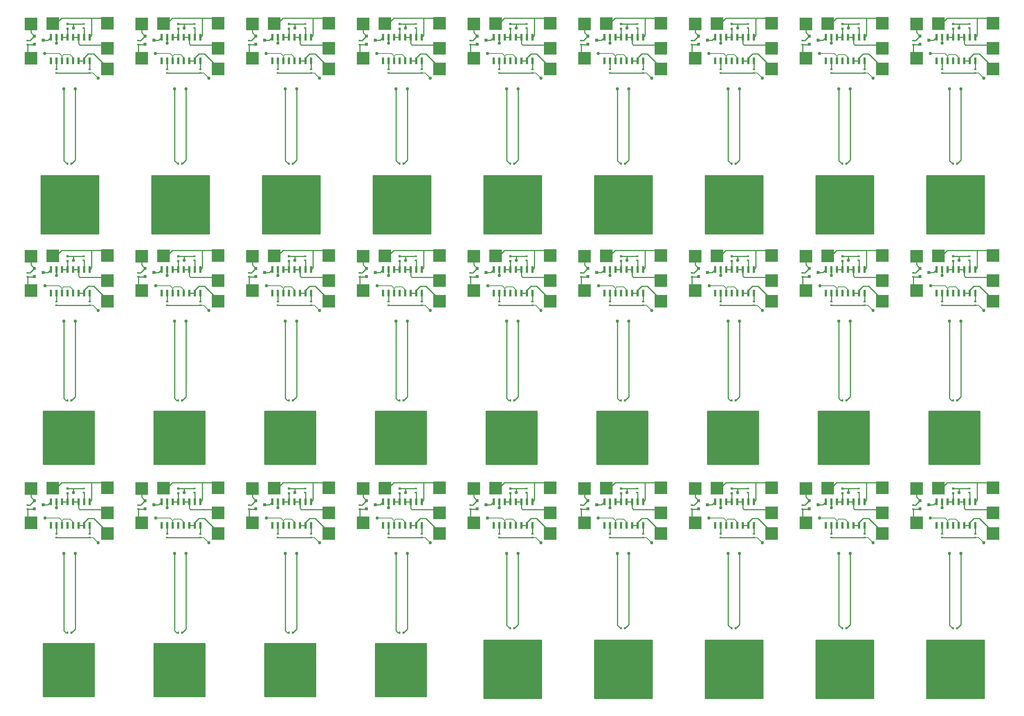
<source format=gbl>
G04 #@! TF.FileFunction,Copper,L2,Bot,Signal*
%FSLAX46Y46*%
G04 Gerber Fmt 4.6, Leading zero omitted, Abs format (unit mm)*
G04 Created by KiCad (PCBNEW 4.0.3-stable) date 08/25/16 15:17:33*
%MOMM*%
%LPD*%
G01*
G04 APERTURE LIST*
%ADD10C,0.100000*%
%ADD11R,3.000000X3.000000*%
%ADD12R,0.800100X0.800100*%
%ADD13R,0.600000X0.400000*%
%ADD14R,0.600000X1.500000*%
%ADD15R,0.400000X0.600000*%
%ADD16R,0.500000X0.600000*%
%ADD17C,0.762000*%
%ADD18C,0.250000*%
%ADD19C,0.152400*%
%ADD20C,0.254000*%
G04 APERTURE END LIST*
D10*
D11*
X231673400Y-76039980D03*
X226644200Y-83990180D03*
X244152420Y-86441280D03*
X244208300Y-75963780D03*
X226644200Y-76116180D03*
X244180360Y-81691480D03*
D12*
X227446840Y-80799980D03*
X227446840Y-78899980D03*
X229445820Y-79849980D03*
D13*
X225933000Y-80833380D03*
X225933000Y-79933380D03*
X232506000Y-86491580D03*
X232506000Y-87391580D03*
X240136000Y-86491580D03*
X240136000Y-87391580D03*
D14*
X231211000Y-79161580D03*
X232481000Y-79161580D03*
X233751000Y-79161580D03*
X235021000Y-79161580D03*
X236291000Y-79161580D03*
X237561000Y-79161580D03*
X238831000Y-79161580D03*
X240101000Y-79161580D03*
X240101000Y-84561580D03*
X238831000Y-84561580D03*
X237561000Y-84561580D03*
X236291000Y-84561580D03*
X235021000Y-84561580D03*
X233751000Y-84561580D03*
X232481000Y-84561580D03*
X231211000Y-84561580D03*
D15*
X235008000Y-109220000D03*
X235908000Y-109220000D03*
D13*
X238806000Y-77021580D03*
X238806000Y-76121580D03*
D16*
X235036000Y-77201580D03*
X235036000Y-76101580D03*
X235036000Y-23869200D03*
X235036000Y-22769200D03*
D13*
X238806000Y-23689200D03*
X238806000Y-22789200D03*
D15*
X235008000Y-54864000D03*
X235908000Y-54864000D03*
D14*
X231211000Y-25829200D03*
X232481000Y-25829200D03*
X233751000Y-25829200D03*
X235021000Y-25829200D03*
X236291000Y-25829200D03*
X237561000Y-25829200D03*
X238831000Y-25829200D03*
X240101000Y-25829200D03*
X240101000Y-31229200D03*
X238831000Y-31229200D03*
X237561000Y-31229200D03*
X236291000Y-31229200D03*
X235021000Y-31229200D03*
X233751000Y-31229200D03*
X232481000Y-31229200D03*
X231211000Y-31229200D03*
D13*
X240136000Y-33159200D03*
X240136000Y-34059200D03*
X232506000Y-33159200D03*
X232506000Y-34059200D03*
X225933000Y-27501000D03*
X225933000Y-26601000D03*
D12*
X227446840Y-27467600D03*
X227446840Y-25567600D03*
X229445820Y-26517600D03*
D11*
X244180360Y-28359100D03*
X226644200Y-22783800D03*
X244208300Y-22631400D03*
X244152420Y-33108900D03*
X226644200Y-30657800D03*
X231673400Y-22707600D03*
X231673400Y-129387600D03*
X226644200Y-137337800D03*
X244152420Y-139788900D03*
X244208300Y-129311400D03*
X226644200Y-129463800D03*
X244180360Y-135039100D03*
D12*
X227446840Y-134147600D03*
X227446840Y-132247600D03*
X229445820Y-133197600D03*
D13*
X225933000Y-134181000D03*
X225933000Y-133281000D03*
X232506000Y-139839200D03*
X232506000Y-140739200D03*
X240136000Y-139839200D03*
X240136000Y-140739200D03*
D14*
X231211000Y-132509200D03*
X232481000Y-132509200D03*
X233751000Y-132509200D03*
X235021000Y-132509200D03*
X236291000Y-132509200D03*
X237561000Y-132509200D03*
X238831000Y-132509200D03*
X240101000Y-132509200D03*
X240101000Y-137909200D03*
X238831000Y-137909200D03*
X237561000Y-137909200D03*
X236291000Y-137909200D03*
X235021000Y-137909200D03*
X233751000Y-137909200D03*
X232481000Y-137909200D03*
X231211000Y-137909200D03*
D15*
X235008000Y-161544000D03*
X235908000Y-161544000D03*
D13*
X238806000Y-130369200D03*
X238806000Y-129469200D03*
D16*
X235036000Y-130549200D03*
X235036000Y-129449200D03*
D11*
X180873400Y-129387600D03*
X175844200Y-137337800D03*
X193352420Y-139788900D03*
X193408300Y-129311400D03*
X175844200Y-129463800D03*
X193380360Y-135039100D03*
D12*
X176646840Y-134147600D03*
X176646840Y-132247600D03*
X178645820Y-133197600D03*
D13*
X175133000Y-134181000D03*
X175133000Y-133281000D03*
X181706000Y-139839200D03*
X181706000Y-140739200D03*
X189336000Y-139839200D03*
X189336000Y-140739200D03*
D14*
X180411000Y-132509200D03*
X181681000Y-132509200D03*
X182951000Y-132509200D03*
X184221000Y-132509200D03*
X185491000Y-132509200D03*
X186761000Y-132509200D03*
X188031000Y-132509200D03*
X189301000Y-132509200D03*
X189301000Y-137909200D03*
X188031000Y-137909200D03*
X186761000Y-137909200D03*
X185491000Y-137909200D03*
X184221000Y-137909200D03*
X182951000Y-137909200D03*
X181681000Y-137909200D03*
X180411000Y-137909200D03*
D15*
X184208000Y-161544000D03*
X185108000Y-161544000D03*
D13*
X188006000Y-130369200D03*
X188006000Y-129469200D03*
D16*
X184236000Y-130549200D03*
X184236000Y-129449200D03*
X209636000Y-130549200D03*
X209636000Y-129449200D03*
D13*
X213406000Y-130369200D03*
X213406000Y-129469200D03*
D15*
X209608000Y-161544000D03*
X210508000Y-161544000D03*
D14*
X205811000Y-132509200D03*
X207081000Y-132509200D03*
X208351000Y-132509200D03*
X209621000Y-132509200D03*
X210891000Y-132509200D03*
X212161000Y-132509200D03*
X213431000Y-132509200D03*
X214701000Y-132509200D03*
X214701000Y-137909200D03*
X213431000Y-137909200D03*
X212161000Y-137909200D03*
X210891000Y-137909200D03*
X209621000Y-137909200D03*
X208351000Y-137909200D03*
X207081000Y-137909200D03*
X205811000Y-137909200D03*
D13*
X214736000Y-139839200D03*
X214736000Y-140739200D03*
X207106000Y-139839200D03*
X207106000Y-140739200D03*
X200533000Y-134181000D03*
X200533000Y-133281000D03*
D12*
X202046840Y-134147600D03*
X202046840Y-132247600D03*
X204045820Y-133197600D03*
D11*
X218780360Y-135039100D03*
X201244200Y-129463800D03*
X218808300Y-129311400D03*
X218752420Y-139788900D03*
X201244200Y-137337800D03*
X206273400Y-129387600D03*
X155473400Y-129387600D03*
X150444200Y-137337800D03*
X167952420Y-139788900D03*
X168008300Y-129311400D03*
X150444200Y-129463800D03*
X167980360Y-135039100D03*
D12*
X151246840Y-134147600D03*
X151246840Y-132247600D03*
X153245820Y-133197600D03*
D13*
X149733000Y-134181000D03*
X149733000Y-133281000D03*
X156306000Y-139839200D03*
X156306000Y-140739200D03*
X163936000Y-139839200D03*
X163936000Y-140739200D03*
D14*
X155011000Y-132509200D03*
X156281000Y-132509200D03*
X157551000Y-132509200D03*
X158821000Y-132509200D03*
X160091000Y-132509200D03*
X161361000Y-132509200D03*
X162631000Y-132509200D03*
X163901000Y-132509200D03*
X163901000Y-137909200D03*
X162631000Y-137909200D03*
X161361000Y-137909200D03*
X160091000Y-137909200D03*
X158821000Y-137909200D03*
X157551000Y-137909200D03*
X156281000Y-137909200D03*
X155011000Y-137909200D03*
D15*
X158808000Y-161544000D03*
X159708000Y-161544000D03*
D13*
X162606000Y-130369200D03*
X162606000Y-129469200D03*
D16*
X158836000Y-130549200D03*
X158836000Y-129449200D03*
X133436000Y-130549200D03*
X133436000Y-129449200D03*
D13*
X137206000Y-130369200D03*
X137206000Y-129469200D03*
D15*
X133408000Y-161544000D03*
X134308000Y-161544000D03*
D14*
X129611000Y-132509200D03*
X130881000Y-132509200D03*
X132151000Y-132509200D03*
X133421000Y-132509200D03*
X134691000Y-132509200D03*
X135961000Y-132509200D03*
X137231000Y-132509200D03*
X138501000Y-132509200D03*
X138501000Y-137909200D03*
X137231000Y-137909200D03*
X135961000Y-137909200D03*
X134691000Y-137909200D03*
X133421000Y-137909200D03*
X132151000Y-137909200D03*
X130881000Y-137909200D03*
X129611000Y-137909200D03*
D13*
X138536000Y-139839200D03*
X138536000Y-140739200D03*
X130906000Y-139839200D03*
X130906000Y-140739200D03*
X124333000Y-134181000D03*
X124333000Y-133281000D03*
D12*
X125846840Y-134147600D03*
X125846840Y-132247600D03*
X127845820Y-133197600D03*
D11*
X142580360Y-135039100D03*
X125044200Y-129463800D03*
X142608300Y-129311400D03*
X142552420Y-139788900D03*
X125044200Y-137337800D03*
X130073400Y-129387600D03*
D16*
X31836000Y-130541580D03*
X31836000Y-129441580D03*
D13*
X35606000Y-130361580D03*
X35606000Y-129461580D03*
D15*
X31808000Y-162560000D03*
X32708000Y-162560000D03*
D14*
X28011000Y-132501580D03*
X29281000Y-132501580D03*
X30551000Y-132501580D03*
X31821000Y-132501580D03*
X33091000Y-132501580D03*
X34361000Y-132501580D03*
X35631000Y-132501580D03*
X36901000Y-132501580D03*
X36901000Y-137901580D03*
X35631000Y-137901580D03*
X34361000Y-137901580D03*
X33091000Y-137901580D03*
X31821000Y-137901580D03*
X30551000Y-137901580D03*
X29281000Y-137901580D03*
X28011000Y-137901580D03*
D13*
X36936000Y-139831580D03*
X36936000Y-140731580D03*
X29306000Y-139831580D03*
X29306000Y-140731580D03*
X22733000Y-134173380D03*
X22733000Y-133273380D03*
D12*
X24246840Y-134139980D03*
X24246840Y-132239980D03*
X26245820Y-133189980D03*
D11*
X40980360Y-135031480D03*
X23444200Y-129456180D03*
X41008300Y-129303780D03*
X40952420Y-139781280D03*
X23444200Y-137330180D03*
X28473400Y-129379980D03*
X53873400Y-129379980D03*
X48844200Y-137330180D03*
X66352420Y-139781280D03*
X66408300Y-129303780D03*
X48844200Y-129456180D03*
X66380360Y-135031480D03*
D12*
X49646840Y-134139980D03*
X49646840Y-132239980D03*
X51645820Y-133189980D03*
D13*
X48133000Y-134173380D03*
X48133000Y-133273380D03*
X54706000Y-139831580D03*
X54706000Y-140731580D03*
X62336000Y-139831580D03*
X62336000Y-140731580D03*
D14*
X53411000Y-132501580D03*
X54681000Y-132501580D03*
X55951000Y-132501580D03*
X57221000Y-132501580D03*
X58491000Y-132501580D03*
X59761000Y-132501580D03*
X61031000Y-132501580D03*
X62301000Y-132501580D03*
X62301000Y-137901580D03*
X61031000Y-137901580D03*
X59761000Y-137901580D03*
X58491000Y-137901580D03*
X57221000Y-137901580D03*
X55951000Y-137901580D03*
X54681000Y-137901580D03*
X53411000Y-137901580D03*
D15*
X57208000Y-162560000D03*
X58108000Y-162560000D03*
D13*
X61006000Y-130361580D03*
X61006000Y-129461580D03*
D16*
X57236000Y-130541580D03*
X57236000Y-129441580D03*
X108036000Y-130541580D03*
X108036000Y-129441580D03*
D13*
X111806000Y-130361580D03*
X111806000Y-129461580D03*
D15*
X108008000Y-162560000D03*
X108908000Y-162560000D03*
D14*
X104211000Y-132501580D03*
X105481000Y-132501580D03*
X106751000Y-132501580D03*
X108021000Y-132501580D03*
X109291000Y-132501580D03*
X110561000Y-132501580D03*
X111831000Y-132501580D03*
X113101000Y-132501580D03*
X113101000Y-137901580D03*
X111831000Y-137901580D03*
X110561000Y-137901580D03*
X109291000Y-137901580D03*
X108021000Y-137901580D03*
X106751000Y-137901580D03*
X105481000Y-137901580D03*
X104211000Y-137901580D03*
D13*
X113136000Y-139831580D03*
X113136000Y-140731580D03*
X105506000Y-139831580D03*
X105506000Y-140731580D03*
X98933000Y-134173380D03*
X98933000Y-133273380D03*
D12*
X100446840Y-134139980D03*
X100446840Y-132239980D03*
X102445820Y-133189980D03*
D11*
X117180360Y-135031480D03*
X99644200Y-129456180D03*
X117208300Y-129303780D03*
X117152420Y-139781280D03*
X99644200Y-137330180D03*
X104673400Y-129379980D03*
X79273400Y-129379980D03*
X74244200Y-137330180D03*
X91752420Y-139781280D03*
X91808300Y-129303780D03*
X74244200Y-129456180D03*
X91780360Y-135031480D03*
D12*
X75046840Y-134139980D03*
X75046840Y-132239980D03*
X77045820Y-133189980D03*
D13*
X73533000Y-134173380D03*
X73533000Y-133273380D03*
X80106000Y-139831580D03*
X80106000Y-140731580D03*
X87736000Y-139831580D03*
X87736000Y-140731580D03*
D14*
X78811000Y-132501580D03*
X80081000Y-132501580D03*
X81351000Y-132501580D03*
X82621000Y-132501580D03*
X83891000Y-132501580D03*
X85161000Y-132501580D03*
X86431000Y-132501580D03*
X87701000Y-132501580D03*
X87701000Y-137901580D03*
X86431000Y-137901580D03*
X85161000Y-137901580D03*
X83891000Y-137901580D03*
X82621000Y-137901580D03*
X81351000Y-137901580D03*
X80081000Y-137901580D03*
X78811000Y-137901580D03*
D15*
X82608000Y-162560000D03*
X83508000Y-162560000D03*
D13*
X86406000Y-130361580D03*
X86406000Y-129461580D03*
D16*
X82636000Y-130541580D03*
X82636000Y-129441580D03*
D11*
X130073400Y-22707600D03*
X125044200Y-30657800D03*
X142552420Y-33108900D03*
X142608300Y-22631400D03*
X125044200Y-22783800D03*
X142580360Y-28359100D03*
D12*
X125846840Y-27467600D03*
X125846840Y-25567600D03*
X127845820Y-26517600D03*
D13*
X124333000Y-27501000D03*
X124333000Y-26601000D03*
X130906000Y-33159200D03*
X130906000Y-34059200D03*
X138536000Y-33159200D03*
X138536000Y-34059200D03*
D14*
X129611000Y-25829200D03*
X130881000Y-25829200D03*
X132151000Y-25829200D03*
X133421000Y-25829200D03*
X134691000Y-25829200D03*
X135961000Y-25829200D03*
X137231000Y-25829200D03*
X138501000Y-25829200D03*
X138501000Y-31229200D03*
X137231000Y-31229200D03*
X135961000Y-31229200D03*
X134691000Y-31229200D03*
X133421000Y-31229200D03*
X132151000Y-31229200D03*
X130881000Y-31229200D03*
X129611000Y-31229200D03*
D15*
X133408000Y-54864000D03*
X134308000Y-54864000D03*
D13*
X137206000Y-23689200D03*
X137206000Y-22789200D03*
D16*
X133436000Y-23869200D03*
X133436000Y-22769200D03*
X133436000Y-77201580D03*
X133436000Y-76101580D03*
D13*
X137206000Y-77021580D03*
X137206000Y-76121580D03*
D15*
X133408000Y-109220000D03*
X134308000Y-109220000D03*
D14*
X129611000Y-79161580D03*
X130881000Y-79161580D03*
X132151000Y-79161580D03*
X133421000Y-79161580D03*
X134691000Y-79161580D03*
X135961000Y-79161580D03*
X137231000Y-79161580D03*
X138501000Y-79161580D03*
X138501000Y-84561580D03*
X137231000Y-84561580D03*
X135961000Y-84561580D03*
X134691000Y-84561580D03*
X133421000Y-84561580D03*
X132151000Y-84561580D03*
X130881000Y-84561580D03*
X129611000Y-84561580D03*
D13*
X138536000Y-86491580D03*
X138536000Y-87391580D03*
X130906000Y-86491580D03*
X130906000Y-87391580D03*
X124333000Y-80833380D03*
X124333000Y-79933380D03*
D12*
X125846840Y-80799980D03*
X125846840Y-78899980D03*
X127845820Y-79849980D03*
D11*
X142580360Y-81691480D03*
X125044200Y-76116180D03*
X142608300Y-75963780D03*
X142552420Y-86441280D03*
X125044200Y-83990180D03*
X130073400Y-76039980D03*
X155473400Y-76039980D03*
X150444200Y-83990180D03*
X167952420Y-86441280D03*
X168008300Y-75963780D03*
X150444200Y-76116180D03*
X167980360Y-81691480D03*
D12*
X151246840Y-80799980D03*
X151246840Y-78899980D03*
X153245820Y-79849980D03*
D13*
X149733000Y-80833380D03*
X149733000Y-79933380D03*
X156306000Y-86491580D03*
X156306000Y-87391580D03*
X163936000Y-86491580D03*
X163936000Y-87391580D03*
D14*
X155011000Y-79161580D03*
X156281000Y-79161580D03*
X157551000Y-79161580D03*
X158821000Y-79161580D03*
X160091000Y-79161580D03*
X161361000Y-79161580D03*
X162631000Y-79161580D03*
X163901000Y-79161580D03*
X163901000Y-84561580D03*
X162631000Y-84561580D03*
X161361000Y-84561580D03*
X160091000Y-84561580D03*
X158821000Y-84561580D03*
X157551000Y-84561580D03*
X156281000Y-84561580D03*
X155011000Y-84561580D03*
D15*
X158808000Y-109220000D03*
X159708000Y-109220000D03*
D13*
X162606000Y-77021580D03*
X162606000Y-76121580D03*
D16*
X158836000Y-77201580D03*
X158836000Y-76101580D03*
X158836000Y-23869200D03*
X158836000Y-22769200D03*
D13*
X162606000Y-23689200D03*
X162606000Y-22789200D03*
D15*
X158808000Y-54864000D03*
X159708000Y-54864000D03*
D14*
X155011000Y-25829200D03*
X156281000Y-25829200D03*
X157551000Y-25829200D03*
X158821000Y-25829200D03*
X160091000Y-25829200D03*
X161361000Y-25829200D03*
X162631000Y-25829200D03*
X163901000Y-25829200D03*
X163901000Y-31229200D03*
X162631000Y-31229200D03*
X161361000Y-31229200D03*
X160091000Y-31229200D03*
X158821000Y-31229200D03*
X157551000Y-31229200D03*
X156281000Y-31229200D03*
X155011000Y-31229200D03*
D13*
X163936000Y-33159200D03*
X163936000Y-34059200D03*
X156306000Y-33159200D03*
X156306000Y-34059200D03*
X149733000Y-27501000D03*
X149733000Y-26601000D03*
D12*
X151246840Y-27467600D03*
X151246840Y-25567600D03*
X153245820Y-26517600D03*
D11*
X167980360Y-28359100D03*
X150444200Y-22783800D03*
X168008300Y-22631400D03*
X167952420Y-33108900D03*
X150444200Y-30657800D03*
X155473400Y-22707600D03*
X206273400Y-22707600D03*
X201244200Y-30657800D03*
X218752420Y-33108900D03*
X218808300Y-22631400D03*
X201244200Y-22783800D03*
X218780360Y-28359100D03*
D12*
X202046840Y-27467600D03*
X202046840Y-25567600D03*
X204045820Y-26517600D03*
D13*
X200533000Y-27501000D03*
X200533000Y-26601000D03*
X207106000Y-33159200D03*
X207106000Y-34059200D03*
X214736000Y-33159200D03*
X214736000Y-34059200D03*
D14*
X205811000Y-25829200D03*
X207081000Y-25829200D03*
X208351000Y-25829200D03*
X209621000Y-25829200D03*
X210891000Y-25829200D03*
X212161000Y-25829200D03*
X213431000Y-25829200D03*
X214701000Y-25829200D03*
X214701000Y-31229200D03*
X213431000Y-31229200D03*
X212161000Y-31229200D03*
X210891000Y-31229200D03*
X209621000Y-31229200D03*
X208351000Y-31229200D03*
X207081000Y-31229200D03*
X205811000Y-31229200D03*
D15*
X209608000Y-54864000D03*
X210508000Y-54864000D03*
D13*
X213406000Y-23689200D03*
X213406000Y-22789200D03*
D16*
X209636000Y-23869200D03*
X209636000Y-22769200D03*
X209636000Y-77201580D03*
X209636000Y-76101580D03*
D13*
X213406000Y-77021580D03*
X213406000Y-76121580D03*
D15*
X209608000Y-109220000D03*
X210508000Y-109220000D03*
D14*
X205811000Y-79161580D03*
X207081000Y-79161580D03*
X208351000Y-79161580D03*
X209621000Y-79161580D03*
X210891000Y-79161580D03*
X212161000Y-79161580D03*
X213431000Y-79161580D03*
X214701000Y-79161580D03*
X214701000Y-84561580D03*
X213431000Y-84561580D03*
X212161000Y-84561580D03*
X210891000Y-84561580D03*
X209621000Y-84561580D03*
X208351000Y-84561580D03*
X207081000Y-84561580D03*
X205811000Y-84561580D03*
D13*
X214736000Y-86491580D03*
X214736000Y-87391580D03*
X207106000Y-86491580D03*
X207106000Y-87391580D03*
X200533000Y-80833380D03*
X200533000Y-79933380D03*
D12*
X202046840Y-80799980D03*
X202046840Y-78899980D03*
X204045820Y-79849980D03*
D11*
X218780360Y-81691480D03*
X201244200Y-76116180D03*
X218808300Y-75963780D03*
X218752420Y-86441280D03*
X201244200Y-83990180D03*
X206273400Y-76039980D03*
X180873400Y-76039980D03*
X175844200Y-83990180D03*
X193352420Y-86441280D03*
X193408300Y-75963780D03*
X175844200Y-76116180D03*
X193380360Y-81691480D03*
D12*
X176646840Y-80799980D03*
X176646840Y-78899980D03*
X178645820Y-79849980D03*
D13*
X175133000Y-80833380D03*
X175133000Y-79933380D03*
X181706000Y-86491580D03*
X181706000Y-87391580D03*
X189336000Y-86491580D03*
X189336000Y-87391580D03*
D14*
X180411000Y-79161580D03*
X181681000Y-79161580D03*
X182951000Y-79161580D03*
X184221000Y-79161580D03*
X185491000Y-79161580D03*
X186761000Y-79161580D03*
X188031000Y-79161580D03*
X189301000Y-79161580D03*
X189301000Y-84561580D03*
X188031000Y-84561580D03*
X186761000Y-84561580D03*
X185491000Y-84561580D03*
X184221000Y-84561580D03*
X182951000Y-84561580D03*
X181681000Y-84561580D03*
X180411000Y-84561580D03*
D15*
X184208000Y-109220000D03*
X185108000Y-109220000D03*
D13*
X188006000Y-77021580D03*
X188006000Y-76121580D03*
D16*
X184236000Y-77201580D03*
X184236000Y-76101580D03*
X184236000Y-23869200D03*
X184236000Y-22769200D03*
D13*
X188006000Y-23689200D03*
X188006000Y-22789200D03*
D15*
X184208000Y-54864000D03*
X185108000Y-54864000D03*
D14*
X180411000Y-25829200D03*
X181681000Y-25829200D03*
X182951000Y-25829200D03*
X184221000Y-25829200D03*
X185491000Y-25829200D03*
X186761000Y-25829200D03*
X188031000Y-25829200D03*
X189301000Y-25829200D03*
X189301000Y-31229200D03*
X188031000Y-31229200D03*
X186761000Y-31229200D03*
X185491000Y-31229200D03*
X184221000Y-31229200D03*
X182951000Y-31229200D03*
X181681000Y-31229200D03*
X180411000Y-31229200D03*
D13*
X189336000Y-33159200D03*
X189336000Y-34059200D03*
X181706000Y-33159200D03*
X181706000Y-34059200D03*
X175133000Y-27501000D03*
X175133000Y-26601000D03*
D12*
X176646840Y-27467600D03*
X176646840Y-25567600D03*
X178645820Y-26517600D03*
D11*
X193380360Y-28359100D03*
X175844200Y-22783800D03*
X193408300Y-22631400D03*
X193352420Y-33108900D03*
X175844200Y-30657800D03*
X180873400Y-22707600D03*
X79273400Y-22707600D03*
X74244200Y-30657800D03*
X91752420Y-33108900D03*
X91808300Y-22631400D03*
X74244200Y-22783800D03*
X91780360Y-28359100D03*
D12*
X75046840Y-27467600D03*
X75046840Y-25567600D03*
X77045820Y-26517600D03*
D13*
X73533000Y-27501000D03*
X73533000Y-26601000D03*
X80106000Y-33159200D03*
X80106000Y-34059200D03*
X87736000Y-33159200D03*
X87736000Y-34059200D03*
D14*
X78811000Y-25829200D03*
X80081000Y-25829200D03*
X81351000Y-25829200D03*
X82621000Y-25829200D03*
X83891000Y-25829200D03*
X85161000Y-25829200D03*
X86431000Y-25829200D03*
X87701000Y-25829200D03*
X87701000Y-31229200D03*
X86431000Y-31229200D03*
X85161000Y-31229200D03*
X83891000Y-31229200D03*
X82621000Y-31229200D03*
X81351000Y-31229200D03*
X80081000Y-31229200D03*
X78811000Y-31229200D03*
D15*
X82608000Y-54864000D03*
X83508000Y-54864000D03*
D13*
X86406000Y-23689200D03*
X86406000Y-22789200D03*
D16*
X82636000Y-23869200D03*
X82636000Y-22769200D03*
X82636000Y-77201580D03*
X82636000Y-76101580D03*
D13*
X86406000Y-77021580D03*
X86406000Y-76121580D03*
D15*
X82608000Y-109220000D03*
X83508000Y-109220000D03*
D14*
X78811000Y-79161580D03*
X80081000Y-79161580D03*
X81351000Y-79161580D03*
X82621000Y-79161580D03*
X83891000Y-79161580D03*
X85161000Y-79161580D03*
X86431000Y-79161580D03*
X87701000Y-79161580D03*
X87701000Y-84561580D03*
X86431000Y-84561580D03*
X85161000Y-84561580D03*
X83891000Y-84561580D03*
X82621000Y-84561580D03*
X81351000Y-84561580D03*
X80081000Y-84561580D03*
X78811000Y-84561580D03*
D13*
X87736000Y-86491580D03*
X87736000Y-87391580D03*
X80106000Y-86491580D03*
X80106000Y-87391580D03*
X73533000Y-80833380D03*
X73533000Y-79933380D03*
D12*
X75046840Y-80799980D03*
X75046840Y-78899980D03*
X77045820Y-79849980D03*
D11*
X91780360Y-81691480D03*
X74244200Y-76116180D03*
X91808300Y-75963780D03*
X91752420Y-86441280D03*
X74244200Y-83990180D03*
X79273400Y-76039980D03*
X104673400Y-76039980D03*
X99644200Y-83990180D03*
X117152420Y-86441280D03*
X117208300Y-75963780D03*
X99644200Y-76116180D03*
X117180360Y-81691480D03*
D12*
X100446840Y-80799980D03*
X100446840Y-78899980D03*
X102445820Y-79849980D03*
D13*
X98933000Y-80833380D03*
X98933000Y-79933380D03*
X105506000Y-86491580D03*
X105506000Y-87391580D03*
X113136000Y-86491580D03*
X113136000Y-87391580D03*
D14*
X104211000Y-79161580D03*
X105481000Y-79161580D03*
X106751000Y-79161580D03*
X108021000Y-79161580D03*
X109291000Y-79161580D03*
X110561000Y-79161580D03*
X111831000Y-79161580D03*
X113101000Y-79161580D03*
X113101000Y-84561580D03*
X111831000Y-84561580D03*
X110561000Y-84561580D03*
X109291000Y-84561580D03*
X108021000Y-84561580D03*
X106751000Y-84561580D03*
X105481000Y-84561580D03*
X104211000Y-84561580D03*
D15*
X108008000Y-109220000D03*
X108908000Y-109220000D03*
D13*
X111806000Y-77021580D03*
X111806000Y-76121580D03*
D16*
X108036000Y-77201580D03*
X108036000Y-76101580D03*
X108036000Y-23869200D03*
X108036000Y-22769200D03*
D13*
X111806000Y-23689200D03*
X111806000Y-22789200D03*
D15*
X108008000Y-54864000D03*
X108908000Y-54864000D03*
D14*
X104211000Y-25829200D03*
X105481000Y-25829200D03*
X106751000Y-25829200D03*
X108021000Y-25829200D03*
X109291000Y-25829200D03*
X110561000Y-25829200D03*
X111831000Y-25829200D03*
X113101000Y-25829200D03*
X113101000Y-31229200D03*
X111831000Y-31229200D03*
X110561000Y-31229200D03*
X109291000Y-31229200D03*
X108021000Y-31229200D03*
X106751000Y-31229200D03*
X105481000Y-31229200D03*
X104211000Y-31229200D03*
D13*
X113136000Y-33159200D03*
X113136000Y-34059200D03*
X105506000Y-33159200D03*
X105506000Y-34059200D03*
X98933000Y-27501000D03*
X98933000Y-26601000D03*
D12*
X100446840Y-27467600D03*
X100446840Y-25567600D03*
X102445820Y-26517600D03*
D11*
X117180360Y-28359100D03*
X99644200Y-22783800D03*
X117208300Y-22631400D03*
X117152420Y-33108900D03*
X99644200Y-30657800D03*
X104673400Y-22707600D03*
X53873400Y-22707600D03*
X48844200Y-30657800D03*
X66352420Y-33108900D03*
X66408300Y-22631400D03*
X48844200Y-22783800D03*
X66380360Y-28359100D03*
D12*
X49646840Y-27467600D03*
X49646840Y-25567600D03*
X51645820Y-26517600D03*
D13*
X48133000Y-27501000D03*
X48133000Y-26601000D03*
X54706000Y-33159200D03*
X54706000Y-34059200D03*
X62336000Y-33159200D03*
X62336000Y-34059200D03*
D14*
X53411000Y-25829200D03*
X54681000Y-25829200D03*
X55951000Y-25829200D03*
X57221000Y-25829200D03*
X58491000Y-25829200D03*
X59761000Y-25829200D03*
X61031000Y-25829200D03*
X62301000Y-25829200D03*
X62301000Y-31229200D03*
X61031000Y-31229200D03*
X59761000Y-31229200D03*
X58491000Y-31229200D03*
X57221000Y-31229200D03*
X55951000Y-31229200D03*
X54681000Y-31229200D03*
X53411000Y-31229200D03*
D15*
X57208000Y-54864000D03*
X58108000Y-54864000D03*
D13*
X61006000Y-23689200D03*
X61006000Y-22789200D03*
D16*
X57236000Y-23869200D03*
X57236000Y-22769200D03*
X57236000Y-77201580D03*
X57236000Y-76101580D03*
D13*
X61006000Y-77021580D03*
X61006000Y-76121580D03*
D15*
X57208000Y-109220000D03*
X58108000Y-109220000D03*
D14*
X53411000Y-79161580D03*
X54681000Y-79161580D03*
X55951000Y-79161580D03*
X57221000Y-79161580D03*
X58491000Y-79161580D03*
X59761000Y-79161580D03*
X61031000Y-79161580D03*
X62301000Y-79161580D03*
X62301000Y-84561580D03*
X61031000Y-84561580D03*
X59761000Y-84561580D03*
X58491000Y-84561580D03*
X57221000Y-84561580D03*
X55951000Y-84561580D03*
X54681000Y-84561580D03*
X53411000Y-84561580D03*
D13*
X62336000Y-86491580D03*
X62336000Y-87391580D03*
X54706000Y-86491580D03*
X54706000Y-87391580D03*
X48133000Y-80833380D03*
X48133000Y-79933380D03*
D12*
X49646840Y-80799980D03*
X49646840Y-78899980D03*
X51645820Y-79849980D03*
D11*
X66380360Y-81691480D03*
X48844200Y-76116180D03*
X66408300Y-75963780D03*
X66352420Y-86441280D03*
X48844200Y-83990180D03*
X53873400Y-76039980D03*
X28473400Y-76039980D03*
X23444200Y-83990180D03*
X40952420Y-86441280D03*
X41008300Y-75963780D03*
X23444200Y-76116180D03*
X40980360Y-81691480D03*
D12*
X24246840Y-80799980D03*
X24246840Y-78899980D03*
X26245820Y-79849980D03*
D13*
X22733000Y-80833380D03*
X22733000Y-79933380D03*
X29306000Y-86491580D03*
X29306000Y-87391580D03*
X36936000Y-86491580D03*
X36936000Y-87391580D03*
D14*
X28011000Y-79161580D03*
X29281000Y-79161580D03*
X30551000Y-79161580D03*
X31821000Y-79161580D03*
X33091000Y-79161580D03*
X34361000Y-79161580D03*
X35631000Y-79161580D03*
X36901000Y-79161580D03*
X36901000Y-84561580D03*
X35631000Y-84561580D03*
X34361000Y-84561580D03*
X33091000Y-84561580D03*
X31821000Y-84561580D03*
X30551000Y-84561580D03*
X29281000Y-84561580D03*
X28011000Y-84561580D03*
D15*
X31808000Y-109220000D03*
X32708000Y-109220000D03*
D13*
X35606000Y-77021580D03*
X35606000Y-76121580D03*
D16*
X31836000Y-77201580D03*
X31836000Y-76101580D03*
X31836000Y-23869200D03*
X31836000Y-22769200D03*
D13*
X35606000Y-23689200D03*
X35606000Y-22789200D03*
D15*
X31808000Y-54864000D03*
X32708000Y-54864000D03*
D14*
X28011000Y-25829200D03*
X29281000Y-25829200D03*
X30551000Y-25829200D03*
X31821000Y-25829200D03*
X33091000Y-25829200D03*
X34361000Y-25829200D03*
X35631000Y-25829200D03*
X36901000Y-25829200D03*
X36901000Y-31229200D03*
X35631000Y-31229200D03*
X34361000Y-31229200D03*
X33091000Y-31229200D03*
X31821000Y-31229200D03*
X30551000Y-31229200D03*
X29281000Y-31229200D03*
X28011000Y-31229200D03*
D13*
X36936000Y-33159200D03*
X36936000Y-34059200D03*
X29306000Y-33159200D03*
X29306000Y-34059200D03*
X22733000Y-27501000D03*
X22733000Y-26601000D03*
D12*
X24246840Y-27467600D03*
X24246840Y-25567600D03*
X26245820Y-26517600D03*
D11*
X40980360Y-28359100D03*
X23444200Y-22783800D03*
X41008300Y-22631400D03*
X40952420Y-33108900D03*
X23444200Y-30657800D03*
X28473400Y-22707600D03*
D17*
X236372400Y-77055980D03*
X236804200Y-91025980D03*
X236804200Y-37693600D03*
X236372400Y-23723600D03*
X236372400Y-130403600D03*
X236804200Y-144373600D03*
X185572400Y-130403600D03*
X186004200Y-144373600D03*
X211404200Y-144373600D03*
X210972400Y-130403600D03*
X160172400Y-130403600D03*
X160604200Y-144373600D03*
X135204200Y-144373600D03*
X134772400Y-130403600D03*
X33604200Y-144365980D03*
X33172400Y-130395980D03*
X58572400Y-130395980D03*
X59004200Y-144365980D03*
X109804200Y-144365980D03*
X109372400Y-130395980D03*
X83972400Y-130395980D03*
X84404200Y-144365980D03*
X134772400Y-23723600D03*
X135204200Y-37693600D03*
X135204200Y-91025980D03*
X134772400Y-77055980D03*
X160172400Y-77055980D03*
X160604200Y-91025980D03*
X160604200Y-37693600D03*
X160172400Y-23723600D03*
X210972400Y-23723600D03*
X211404200Y-37693600D03*
X211404200Y-91025980D03*
X210972400Y-77055980D03*
X185572400Y-77055980D03*
X186004200Y-91025980D03*
X186004200Y-37693600D03*
X185572400Y-23723600D03*
X83972400Y-23723600D03*
X84404200Y-37693600D03*
X84404200Y-91025980D03*
X83972400Y-77055980D03*
X109372400Y-77055980D03*
X109804200Y-91025980D03*
X109804200Y-37693600D03*
X109372400Y-23723600D03*
X58572400Y-23723600D03*
X59004200Y-37693600D03*
X59004200Y-91025980D03*
X58572400Y-77055980D03*
X33172400Y-77055980D03*
X33604200Y-91025980D03*
X33604200Y-37693600D03*
X33172400Y-23723600D03*
X234238800Y-91025980D03*
X232537000Y-80484980D03*
X234238800Y-37693600D03*
X232537000Y-27152600D03*
X232537000Y-133832600D03*
X234238800Y-144373600D03*
X181737000Y-133832600D03*
X183438800Y-144373600D03*
X208838800Y-144373600D03*
X207137000Y-133832600D03*
X156337000Y-133832600D03*
X158038800Y-144373600D03*
X132638800Y-144373600D03*
X130937000Y-133832600D03*
X29337000Y-133824980D03*
X31038800Y-144365980D03*
X56438800Y-144365980D03*
X54737000Y-133824980D03*
X105537000Y-133824980D03*
X107238800Y-144365980D03*
X81838800Y-144365980D03*
X80137000Y-133824980D03*
X130937000Y-27152600D03*
X132638800Y-37693600D03*
X130937000Y-80484980D03*
X132638800Y-91025980D03*
X158038800Y-91025980D03*
X156337000Y-80484980D03*
X158038800Y-37693600D03*
X156337000Y-27152600D03*
X207137000Y-27152600D03*
X208838800Y-37693600D03*
X207137000Y-80484980D03*
X208838800Y-91025980D03*
X183438800Y-91025980D03*
X181737000Y-80484980D03*
X183438800Y-37693600D03*
X181737000Y-27152600D03*
X80137000Y-27152600D03*
X81838800Y-37693600D03*
X80137000Y-80484980D03*
X81838800Y-91025980D03*
X107238800Y-91025980D03*
X105537000Y-80484980D03*
X107238800Y-37693600D03*
X105537000Y-27152600D03*
X54737000Y-27152600D03*
X56438800Y-37693600D03*
X54737000Y-80484980D03*
X56438800Y-91025980D03*
X31038800Y-91025980D03*
X29337000Y-80484980D03*
X31038800Y-37693600D03*
X29337000Y-27152600D03*
X242034060Y-88574880D03*
X242034060Y-35242500D03*
X242034060Y-141922500D03*
X191234060Y-141922500D03*
X216634060Y-141922500D03*
X165834060Y-141922500D03*
X140434060Y-141922500D03*
X38834060Y-141914880D03*
X64234060Y-141914880D03*
X115034060Y-141914880D03*
X89634060Y-141914880D03*
X140434060Y-35242500D03*
X140434060Y-88574880D03*
X165834060Y-88574880D03*
X165834060Y-35242500D03*
X216634060Y-35242500D03*
X216634060Y-88574880D03*
X191234060Y-88574880D03*
X191234060Y-35242500D03*
X89634060Y-35242500D03*
X89634060Y-88574880D03*
X115034060Y-88574880D03*
X115034060Y-35242500D03*
X64234060Y-35242500D03*
X64234060Y-88574880D03*
X38834060Y-88574880D03*
X38834060Y-35242500D03*
X229768400Y-29565600D03*
X229920800Y-82897980D03*
X229768400Y-136245600D03*
X178968400Y-136245600D03*
X204368400Y-136245600D03*
X153568400Y-136245600D03*
X128168400Y-136245600D03*
X26720800Y-136237980D03*
X52120800Y-136237980D03*
X102920800Y-136237980D03*
X77520800Y-136237980D03*
X128320800Y-82897980D03*
X128168400Y-29565600D03*
X153568400Y-29565600D03*
X153720800Y-82897980D03*
X204520800Y-82897980D03*
X204368400Y-29565600D03*
X178968400Y-29565600D03*
X179120800Y-82897980D03*
X77520800Y-82897980D03*
X77368400Y-29565600D03*
X102768400Y-29565600D03*
X102920800Y-82897980D03*
X52120800Y-82897980D03*
X51968400Y-29565600D03*
X26568400Y-29565600D03*
X26720800Y-82897980D03*
D18*
X233751000Y-79161580D02*
X235021000Y-79161580D01*
X235021000Y-77216580D02*
X235036000Y-77201580D01*
X235021000Y-79161580D02*
X235021000Y-77216580D01*
X235021000Y-25829200D02*
X235021000Y-23884200D01*
X235021000Y-23884200D02*
X235036000Y-23869200D01*
X233751000Y-25829200D02*
X235021000Y-25829200D01*
X233751000Y-132509200D02*
X235021000Y-132509200D01*
X235021000Y-130564200D02*
X235036000Y-130549200D01*
X235021000Y-132509200D02*
X235021000Y-130564200D01*
X182951000Y-132509200D02*
X184221000Y-132509200D01*
X184221000Y-130564200D02*
X184236000Y-130549200D01*
X184221000Y-132509200D02*
X184221000Y-130564200D01*
X209621000Y-132509200D02*
X209621000Y-130564200D01*
X209621000Y-130564200D02*
X209636000Y-130549200D01*
X208351000Y-132509200D02*
X209621000Y-132509200D01*
X157551000Y-132509200D02*
X158821000Y-132509200D01*
X158821000Y-130564200D02*
X158836000Y-130549200D01*
X158821000Y-132509200D02*
X158821000Y-130564200D01*
X133421000Y-132509200D02*
X133421000Y-130564200D01*
X133421000Y-130564200D02*
X133436000Y-130549200D01*
X132151000Y-132509200D02*
X133421000Y-132509200D01*
X31821000Y-132501580D02*
X31821000Y-130556580D01*
X31821000Y-130556580D02*
X31836000Y-130541580D01*
X30551000Y-132501580D02*
X31821000Y-132501580D01*
X55951000Y-132501580D02*
X57221000Y-132501580D01*
X57221000Y-130556580D02*
X57236000Y-130541580D01*
X57221000Y-132501580D02*
X57221000Y-130556580D01*
X108021000Y-132501580D02*
X108021000Y-130556580D01*
X108021000Y-130556580D02*
X108036000Y-130541580D01*
X106751000Y-132501580D02*
X108021000Y-132501580D01*
X81351000Y-132501580D02*
X82621000Y-132501580D01*
X82621000Y-130556580D02*
X82636000Y-130541580D01*
X82621000Y-132501580D02*
X82621000Y-130556580D01*
X132151000Y-25829200D02*
X133421000Y-25829200D01*
X133421000Y-23884200D02*
X133436000Y-23869200D01*
X133421000Y-25829200D02*
X133421000Y-23884200D01*
X133421000Y-79161580D02*
X133421000Y-77216580D01*
X133421000Y-77216580D02*
X133436000Y-77201580D01*
X132151000Y-79161580D02*
X133421000Y-79161580D01*
X157551000Y-79161580D02*
X158821000Y-79161580D01*
X158821000Y-77216580D02*
X158836000Y-77201580D01*
X158821000Y-79161580D02*
X158821000Y-77216580D01*
X158821000Y-25829200D02*
X158821000Y-23884200D01*
X158821000Y-23884200D02*
X158836000Y-23869200D01*
X157551000Y-25829200D02*
X158821000Y-25829200D01*
X208351000Y-25829200D02*
X209621000Y-25829200D01*
X209621000Y-23884200D02*
X209636000Y-23869200D01*
X209621000Y-25829200D02*
X209621000Y-23884200D01*
X209621000Y-79161580D02*
X209621000Y-77216580D01*
X209621000Y-77216580D02*
X209636000Y-77201580D01*
X208351000Y-79161580D02*
X209621000Y-79161580D01*
X182951000Y-79161580D02*
X184221000Y-79161580D01*
X184221000Y-77216580D02*
X184236000Y-77201580D01*
X184221000Y-79161580D02*
X184221000Y-77216580D01*
X184221000Y-25829200D02*
X184221000Y-23884200D01*
X184221000Y-23884200D02*
X184236000Y-23869200D01*
X182951000Y-25829200D02*
X184221000Y-25829200D01*
X81351000Y-25829200D02*
X82621000Y-25829200D01*
X82621000Y-23884200D02*
X82636000Y-23869200D01*
X82621000Y-25829200D02*
X82621000Y-23884200D01*
X82621000Y-79161580D02*
X82621000Y-77216580D01*
X82621000Y-77216580D02*
X82636000Y-77201580D01*
X81351000Y-79161580D02*
X82621000Y-79161580D01*
X106751000Y-79161580D02*
X108021000Y-79161580D01*
X108021000Y-77216580D02*
X108036000Y-77201580D01*
X108021000Y-79161580D02*
X108021000Y-77216580D01*
X108021000Y-25829200D02*
X108021000Y-23884200D01*
X108021000Y-23884200D02*
X108036000Y-23869200D01*
X106751000Y-25829200D02*
X108021000Y-25829200D01*
X55951000Y-25829200D02*
X57221000Y-25829200D01*
X57221000Y-23884200D02*
X57236000Y-23869200D01*
X57221000Y-25829200D02*
X57221000Y-23884200D01*
X57221000Y-79161580D02*
X57221000Y-77216580D01*
X57221000Y-77216580D02*
X57236000Y-77201580D01*
X55951000Y-79161580D02*
X57221000Y-79161580D01*
X30551000Y-79161580D02*
X31821000Y-79161580D01*
X31821000Y-77216580D02*
X31836000Y-77201580D01*
X31821000Y-79161580D02*
X31821000Y-77216580D01*
X31821000Y-25829200D02*
X31821000Y-23884200D01*
X31821000Y-23884200D02*
X31836000Y-23869200D01*
X30551000Y-25829200D02*
X31821000Y-25829200D01*
X235908000Y-109220000D02*
X235966000Y-109220000D01*
X235966000Y-109220000D02*
X236804200Y-108381800D01*
X235908000Y-54864000D02*
X235966000Y-54864000D01*
X235966000Y-54864000D02*
X236804200Y-54025800D01*
X236804200Y-108381800D02*
X236804200Y-91025980D01*
X238786000Y-76101580D02*
X238806000Y-76121580D01*
X235036000Y-76101580D02*
X238786000Y-76101580D01*
X236510200Y-76101580D02*
X236372400Y-76239380D01*
X236372400Y-76239380D02*
X236372400Y-77055980D01*
X235036000Y-76101580D02*
X236510200Y-76101580D01*
X236804200Y-54025800D02*
X236804200Y-37693600D01*
X235036000Y-22769200D02*
X236510200Y-22769200D01*
X236372400Y-22907000D02*
X236372400Y-23723600D01*
X236510200Y-22769200D02*
X236372400Y-22907000D01*
X235036000Y-22769200D02*
X238786000Y-22769200D01*
X238786000Y-22769200D02*
X238806000Y-22789200D01*
X238786000Y-129449200D02*
X238806000Y-129469200D01*
X235036000Y-129449200D02*
X238786000Y-129449200D01*
X236510200Y-129449200D02*
X236372400Y-129587000D01*
X236372400Y-129587000D02*
X236372400Y-130403600D01*
X235036000Y-129449200D02*
X236510200Y-129449200D01*
X236804200Y-160705800D02*
X236804200Y-144373600D01*
X235966000Y-161544000D02*
X236804200Y-160705800D01*
X235908000Y-161544000D02*
X235966000Y-161544000D01*
X187986000Y-129449200D02*
X188006000Y-129469200D01*
X184236000Y-129449200D02*
X187986000Y-129449200D01*
X185710200Y-129449200D02*
X185572400Y-129587000D01*
X185572400Y-129587000D02*
X185572400Y-130403600D01*
X184236000Y-129449200D02*
X185710200Y-129449200D01*
X186004200Y-160705800D02*
X186004200Y-144373600D01*
X185166000Y-161544000D02*
X186004200Y-160705800D01*
X185108000Y-161544000D02*
X185166000Y-161544000D01*
X210508000Y-161544000D02*
X210566000Y-161544000D01*
X210566000Y-161544000D02*
X211404200Y-160705800D01*
X211404200Y-160705800D02*
X211404200Y-144373600D01*
X209636000Y-129449200D02*
X211110200Y-129449200D01*
X210972400Y-129587000D02*
X210972400Y-130403600D01*
X211110200Y-129449200D02*
X210972400Y-129587000D01*
X209636000Y-129449200D02*
X213386000Y-129449200D01*
X213386000Y-129449200D02*
X213406000Y-129469200D01*
X162586000Y-129449200D02*
X162606000Y-129469200D01*
X158836000Y-129449200D02*
X162586000Y-129449200D01*
X160310200Y-129449200D02*
X160172400Y-129587000D01*
X160172400Y-129587000D02*
X160172400Y-130403600D01*
X158836000Y-129449200D02*
X160310200Y-129449200D01*
X160604200Y-160705800D02*
X160604200Y-144373600D01*
X159766000Y-161544000D02*
X160604200Y-160705800D01*
X159708000Y-161544000D02*
X159766000Y-161544000D01*
X134308000Y-161544000D02*
X134366000Y-161544000D01*
X134366000Y-161544000D02*
X135204200Y-160705800D01*
X135204200Y-160705800D02*
X135204200Y-144373600D01*
X133436000Y-129449200D02*
X134910200Y-129449200D01*
X134772400Y-129587000D02*
X134772400Y-130403600D01*
X134910200Y-129449200D02*
X134772400Y-129587000D01*
X133436000Y-129449200D02*
X137186000Y-129449200D01*
X137186000Y-129449200D02*
X137206000Y-129469200D01*
X31836000Y-129441580D02*
X33310200Y-129441580D01*
X33172400Y-129579380D02*
X33172400Y-130395980D01*
X33310200Y-129441580D02*
X33172400Y-129579380D01*
X31836000Y-129441580D02*
X35586000Y-129441580D01*
X35586000Y-129441580D02*
X35606000Y-129461580D01*
X33604200Y-161721800D02*
X33604200Y-144365980D01*
X32766000Y-162560000D02*
X33604200Y-161721800D01*
X32708000Y-162560000D02*
X32766000Y-162560000D01*
X58108000Y-162560000D02*
X58166000Y-162560000D01*
X58166000Y-162560000D02*
X59004200Y-161721800D01*
X59004200Y-161721800D02*
X59004200Y-144365980D01*
X60986000Y-129441580D02*
X61006000Y-129461580D01*
X57236000Y-129441580D02*
X60986000Y-129441580D01*
X58710200Y-129441580D02*
X58572400Y-129579380D01*
X58572400Y-129579380D02*
X58572400Y-130395980D01*
X57236000Y-129441580D02*
X58710200Y-129441580D01*
X108036000Y-129441580D02*
X109510200Y-129441580D01*
X109372400Y-129579380D02*
X109372400Y-130395980D01*
X109510200Y-129441580D02*
X109372400Y-129579380D01*
X108036000Y-129441580D02*
X111786000Y-129441580D01*
X111786000Y-129441580D02*
X111806000Y-129461580D01*
X109804200Y-161721800D02*
X109804200Y-144365980D01*
X108966000Y-162560000D02*
X109804200Y-161721800D01*
X108908000Y-162560000D02*
X108966000Y-162560000D01*
X83508000Y-162560000D02*
X83566000Y-162560000D01*
X83566000Y-162560000D02*
X84404200Y-161721800D01*
X84404200Y-161721800D02*
X84404200Y-144365980D01*
X86386000Y-129441580D02*
X86406000Y-129461580D01*
X82636000Y-129441580D02*
X86386000Y-129441580D01*
X84110200Y-129441580D02*
X83972400Y-129579380D01*
X83972400Y-129579380D02*
X83972400Y-130395980D01*
X82636000Y-129441580D02*
X84110200Y-129441580D01*
X137186000Y-22769200D02*
X137206000Y-22789200D01*
X133436000Y-22769200D02*
X137186000Y-22769200D01*
X134910200Y-22769200D02*
X134772400Y-22907000D01*
X134772400Y-22907000D02*
X134772400Y-23723600D01*
X133436000Y-22769200D02*
X134910200Y-22769200D01*
X135204200Y-54025800D02*
X135204200Y-37693600D01*
X133436000Y-76101580D02*
X134910200Y-76101580D01*
X134772400Y-76239380D02*
X134772400Y-77055980D01*
X134910200Y-76101580D02*
X134772400Y-76239380D01*
X133436000Y-76101580D02*
X137186000Y-76101580D01*
X137186000Y-76101580D02*
X137206000Y-76121580D01*
X135204200Y-108381800D02*
X135204200Y-91025980D01*
X134366000Y-54864000D02*
X135204200Y-54025800D01*
X134308000Y-54864000D02*
X134366000Y-54864000D01*
X134366000Y-109220000D02*
X135204200Y-108381800D01*
X134308000Y-109220000D02*
X134366000Y-109220000D01*
X159708000Y-109220000D02*
X159766000Y-109220000D01*
X159766000Y-109220000D02*
X160604200Y-108381800D01*
X159708000Y-54864000D02*
X159766000Y-54864000D01*
X159766000Y-54864000D02*
X160604200Y-54025800D01*
X160604200Y-108381800D02*
X160604200Y-91025980D01*
X162586000Y-76101580D02*
X162606000Y-76121580D01*
X158836000Y-76101580D02*
X162586000Y-76101580D01*
X160310200Y-76101580D02*
X160172400Y-76239380D01*
X160172400Y-76239380D02*
X160172400Y-77055980D01*
X158836000Y-76101580D02*
X160310200Y-76101580D01*
X160604200Y-54025800D02*
X160604200Y-37693600D01*
X158836000Y-22769200D02*
X160310200Y-22769200D01*
X160172400Y-22907000D02*
X160172400Y-23723600D01*
X160310200Y-22769200D02*
X160172400Y-22907000D01*
X158836000Y-22769200D02*
X162586000Y-22769200D01*
X162586000Y-22769200D02*
X162606000Y-22789200D01*
X213386000Y-22769200D02*
X213406000Y-22789200D01*
X209636000Y-22769200D02*
X213386000Y-22769200D01*
X211110200Y-22769200D02*
X210972400Y-22907000D01*
X210972400Y-22907000D02*
X210972400Y-23723600D01*
X209636000Y-22769200D02*
X211110200Y-22769200D01*
X211404200Y-54025800D02*
X211404200Y-37693600D01*
X209636000Y-76101580D02*
X211110200Y-76101580D01*
X210972400Y-76239380D02*
X210972400Y-77055980D01*
X211110200Y-76101580D02*
X210972400Y-76239380D01*
X209636000Y-76101580D02*
X213386000Y-76101580D01*
X213386000Y-76101580D02*
X213406000Y-76121580D01*
X211404200Y-108381800D02*
X211404200Y-91025980D01*
X210566000Y-54864000D02*
X211404200Y-54025800D01*
X210508000Y-54864000D02*
X210566000Y-54864000D01*
X210566000Y-109220000D02*
X211404200Y-108381800D01*
X210508000Y-109220000D02*
X210566000Y-109220000D01*
X185108000Y-109220000D02*
X185166000Y-109220000D01*
X185166000Y-109220000D02*
X186004200Y-108381800D01*
X185108000Y-54864000D02*
X185166000Y-54864000D01*
X185166000Y-54864000D02*
X186004200Y-54025800D01*
X186004200Y-108381800D02*
X186004200Y-91025980D01*
X187986000Y-76101580D02*
X188006000Y-76121580D01*
X184236000Y-76101580D02*
X187986000Y-76101580D01*
X185710200Y-76101580D02*
X185572400Y-76239380D01*
X185572400Y-76239380D02*
X185572400Y-77055980D01*
X184236000Y-76101580D02*
X185710200Y-76101580D01*
X186004200Y-54025800D02*
X186004200Y-37693600D01*
X184236000Y-22769200D02*
X185710200Y-22769200D01*
X185572400Y-22907000D02*
X185572400Y-23723600D01*
X185710200Y-22769200D02*
X185572400Y-22907000D01*
X184236000Y-22769200D02*
X187986000Y-22769200D01*
X187986000Y-22769200D02*
X188006000Y-22789200D01*
X86386000Y-22769200D02*
X86406000Y-22789200D01*
X82636000Y-22769200D02*
X86386000Y-22769200D01*
X84110200Y-22769200D02*
X83972400Y-22907000D01*
X83972400Y-22907000D02*
X83972400Y-23723600D01*
X82636000Y-22769200D02*
X84110200Y-22769200D01*
X84404200Y-54025800D02*
X84404200Y-37693600D01*
X82636000Y-76101580D02*
X84110200Y-76101580D01*
X83972400Y-76239380D02*
X83972400Y-77055980D01*
X84110200Y-76101580D02*
X83972400Y-76239380D01*
X82636000Y-76101580D02*
X86386000Y-76101580D01*
X86386000Y-76101580D02*
X86406000Y-76121580D01*
X84404200Y-108381800D02*
X84404200Y-91025980D01*
X83566000Y-54864000D02*
X84404200Y-54025800D01*
X83508000Y-54864000D02*
X83566000Y-54864000D01*
X83566000Y-109220000D02*
X84404200Y-108381800D01*
X83508000Y-109220000D02*
X83566000Y-109220000D01*
X108908000Y-109220000D02*
X108966000Y-109220000D01*
X108966000Y-109220000D02*
X109804200Y-108381800D01*
X108908000Y-54864000D02*
X108966000Y-54864000D01*
X108966000Y-54864000D02*
X109804200Y-54025800D01*
X109804200Y-108381800D02*
X109804200Y-91025980D01*
X111786000Y-76101580D02*
X111806000Y-76121580D01*
X108036000Y-76101580D02*
X111786000Y-76101580D01*
X109510200Y-76101580D02*
X109372400Y-76239380D01*
X109372400Y-76239380D02*
X109372400Y-77055980D01*
X108036000Y-76101580D02*
X109510200Y-76101580D01*
X109804200Y-54025800D02*
X109804200Y-37693600D01*
X108036000Y-22769200D02*
X109510200Y-22769200D01*
X109372400Y-22907000D02*
X109372400Y-23723600D01*
X109510200Y-22769200D02*
X109372400Y-22907000D01*
X108036000Y-22769200D02*
X111786000Y-22769200D01*
X111786000Y-22769200D02*
X111806000Y-22789200D01*
X60986000Y-22769200D02*
X61006000Y-22789200D01*
X57236000Y-22769200D02*
X60986000Y-22769200D01*
X58710200Y-22769200D02*
X58572400Y-22907000D01*
X58572400Y-22907000D02*
X58572400Y-23723600D01*
X57236000Y-22769200D02*
X58710200Y-22769200D01*
X59004200Y-54025800D02*
X59004200Y-37693600D01*
X57236000Y-76101580D02*
X58710200Y-76101580D01*
X58572400Y-76239380D02*
X58572400Y-77055980D01*
X58710200Y-76101580D02*
X58572400Y-76239380D01*
X57236000Y-76101580D02*
X60986000Y-76101580D01*
X60986000Y-76101580D02*
X61006000Y-76121580D01*
X59004200Y-108381800D02*
X59004200Y-91025980D01*
X58166000Y-54864000D02*
X59004200Y-54025800D01*
X58108000Y-54864000D02*
X58166000Y-54864000D01*
X58166000Y-109220000D02*
X59004200Y-108381800D01*
X58108000Y-109220000D02*
X58166000Y-109220000D01*
X32708000Y-109220000D02*
X32766000Y-109220000D01*
X32766000Y-109220000D02*
X33604200Y-108381800D01*
X32708000Y-54864000D02*
X32766000Y-54864000D01*
X32766000Y-54864000D02*
X33604200Y-54025800D01*
X33604200Y-108381800D02*
X33604200Y-91025980D01*
X35586000Y-76101580D02*
X35606000Y-76121580D01*
X31836000Y-76101580D02*
X35586000Y-76101580D01*
X33310200Y-76101580D02*
X33172400Y-76239380D01*
X33172400Y-76239380D02*
X33172400Y-77055980D01*
X31836000Y-76101580D02*
X33310200Y-76101580D01*
X33604200Y-54025800D02*
X33604200Y-37693600D01*
X31836000Y-22769200D02*
X33310200Y-22769200D01*
X33172400Y-22907000D02*
X33172400Y-23723600D01*
X33310200Y-22769200D02*
X33172400Y-22907000D01*
X31836000Y-22769200D02*
X35586000Y-22769200D01*
X35586000Y-22769200D02*
X35606000Y-22789200D01*
X236291000Y-79161580D02*
X237561000Y-79161580D01*
X243405660Y-80916780D02*
X244180360Y-81691480D01*
X237561000Y-80611860D02*
X237865920Y-80916780D01*
X237865920Y-80916780D02*
X243405660Y-80916780D01*
X237561000Y-79161580D02*
X237561000Y-80611860D01*
X237561000Y-25829200D02*
X237561000Y-27279480D01*
X237865920Y-27584400D02*
X243405660Y-27584400D01*
X237561000Y-27279480D02*
X237865920Y-27584400D01*
X243405660Y-27584400D02*
X244180360Y-28359100D01*
X236291000Y-25829200D02*
X237561000Y-25829200D01*
X236291000Y-132509200D02*
X237561000Y-132509200D01*
X243405660Y-134264400D02*
X244180360Y-135039100D01*
X237561000Y-133959480D02*
X237865920Y-134264400D01*
X237865920Y-134264400D02*
X243405660Y-134264400D01*
X237561000Y-132509200D02*
X237561000Y-133959480D01*
X185491000Y-132509200D02*
X186761000Y-132509200D01*
X192605660Y-134264400D02*
X193380360Y-135039100D01*
X186761000Y-133959480D02*
X187065920Y-134264400D01*
X187065920Y-134264400D02*
X192605660Y-134264400D01*
X186761000Y-132509200D02*
X186761000Y-133959480D01*
X212161000Y-132509200D02*
X212161000Y-133959480D01*
X212465920Y-134264400D02*
X218005660Y-134264400D01*
X212161000Y-133959480D02*
X212465920Y-134264400D01*
X218005660Y-134264400D02*
X218780360Y-135039100D01*
X210891000Y-132509200D02*
X212161000Y-132509200D01*
X160091000Y-132509200D02*
X161361000Y-132509200D01*
X167205660Y-134264400D02*
X167980360Y-135039100D01*
X161361000Y-133959480D02*
X161665920Y-134264400D01*
X161665920Y-134264400D02*
X167205660Y-134264400D01*
X161361000Y-132509200D02*
X161361000Y-133959480D01*
X135961000Y-132509200D02*
X135961000Y-133959480D01*
X136265920Y-134264400D02*
X141805660Y-134264400D01*
X135961000Y-133959480D02*
X136265920Y-134264400D01*
X141805660Y-134264400D02*
X142580360Y-135039100D01*
X134691000Y-132509200D02*
X135961000Y-132509200D01*
X34361000Y-132501580D02*
X34361000Y-133951860D01*
X34665920Y-134256780D02*
X40205660Y-134256780D01*
X34361000Y-133951860D02*
X34665920Y-134256780D01*
X40205660Y-134256780D02*
X40980360Y-135031480D01*
X33091000Y-132501580D02*
X34361000Y-132501580D01*
X58491000Y-132501580D02*
X59761000Y-132501580D01*
X65605660Y-134256780D02*
X66380360Y-135031480D01*
X59761000Y-133951860D02*
X60065920Y-134256780D01*
X60065920Y-134256780D02*
X65605660Y-134256780D01*
X59761000Y-132501580D02*
X59761000Y-133951860D01*
X110561000Y-132501580D02*
X110561000Y-133951860D01*
X110865920Y-134256780D02*
X116405660Y-134256780D01*
X110561000Y-133951860D02*
X110865920Y-134256780D01*
X116405660Y-134256780D02*
X117180360Y-135031480D01*
X109291000Y-132501580D02*
X110561000Y-132501580D01*
X83891000Y-132501580D02*
X85161000Y-132501580D01*
X91005660Y-134256780D02*
X91780360Y-135031480D01*
X85161000Y-133951860D02*
X85465920Y-134256780D01*
X85465920Y-134256780D02*
X91005660Y-134256780D01*
X85161000Y-132501580D02*
X85161000Y-133951860D01*
X134691000Y-25829200D02*
X135961000Y-25829200D01*
X141805660Y-27584400D02*
X142580360Y-28359100D01*
X135961000Y-27279480D02*
X136265920Y-27584400D01*
X136265920Y-27584400D02*
X141805660Y-27584400D01*
X135961000Y-25829200D02*
X135961000Y-27279480D01*
X135961000Y-79161580D02*
X135961000Y-80611860D01*
X136265920Y-80916780D02*
X141805660Y-80916780D01*
X135961000Y-80611860D02*
X136265920Y-80916780D01*
X141805660Y-80916780D02*
X142580360Y-81691480D01*
X134691000Y-79161580D02*
X135961000Y-79161580D01*
X160091000Y-79161580D02*
X161361000Y-79161580D01*
X167205660Y-80916780D02*
X167980360Y-81691480D01*
X161361000Y-80611860D02*
X161665920Y-80916780D01*
X161665920Y-80916780D02*
X167205660Y-80916780D01*
X161361000Y-79161580D02*
X161361000Y-80611860D01*
X161361000Y-25829200D02*
X161361000Y-27279480D01*
X161665920Y-27584400D02*
X167205660Y-27584400D01*
X161361000Y-27279480D02*
X161665920Y-27584400D01*
X167205660Y-27584400D02*
X167980360Y-28359100D01*
X160091000Y-25829200D02*
X161361000Y-25829200D01*
X210891000Y-25829200D02*
X212161000Y-25829200D01*
X218005660Y-27584400D02*
X218780360Y-28359100D01*
X212161000Y-27279480D02*
X212465920Y-27584400D01*
X212465920Y-27584400D02*
X218005660Y-27584400D01*
X212161000Y-25829200D02*
X212161000Y-27279480D01*
X212161000Y-79161580D02*
X212161000Y-80611860D01*
X212465920Y-80916780D02*
X218005660Y-80916780D01*
X212161000Y-80611860D02*
X212465920Y-80916780D01*
X218005660Y-80916780D02*
X218780360Y-81691480D01*
X210891000Y-79161580D02*
X212161000Y-79161580D01*
X185491000Y-79161580D02*
X186761000Y-79161580D01*
X192605660Y-80916780D02*
X193380360Y-81691480D01*
X186761000Y-80611860D02*
X187065920Y-80916780D01*
X187065920Y-80916780D02*
X192605660Y-80916780D01*
X186761000Y-79161580D02*
X186761000Y-80611860D01*
X186761000Y-25829200D02*
X186761000Y-27279480D01*
X187065920Y-27584400D02*
X192605660Y-27584400D01*
X186761000Y-27279480D02*
X187065920Y-27584400D01*
X192605660Y-27584400D02*
X193380360Y-28359100D01*
X185491000Y-25829200D02*
X186761000Y-25829200D01*
X83891000Y-25829200D02*
X85161000Y-25829200D01*
X91005660Y-27584400D02*
X91780360Y-28359100D01*
X85161000Y-27279480D02*
X85465920Y-27584400D01*
X85465920Y-27584400D02*
X91005660Y-27584400D01*
X85161000Y-25829200D02*
X85161000Y-27279480D01*
X85161000Y-79161580D02*
X85161000Y-80611860D01*
X85465920Y-80916780D02*
X91005660Y-80916780D01*
X85161000Y-80611860D02*
X85465920Y-80916780D01*
X91005660Y-80916780D02*
X91780360Y-81691480D01*
X83891000Y-79161580D02*
X85161000Y-79161580D01*
X109291000Y-79161580D02*
X110561000Y-79161580D01*
X116405660Y-80916780D02*
X117180360Y-81691480D01*
X110561000Y-80611860D02*
X110865920Y-80916780D01*
X110865920Y-80916780D02*
X116405660Y-80916780D01*
X110561000Y-79161580D02*
X110561000Y-80611860D01*
X110561000Y-25829200D02*
X110561000Y-27279480D01*
X110865920Y-27584400D02*
X116405660Y-27584400D01*
X110561000Y-27279480D02*
X110865920Y-27584400D01*
X116405660Y-27584400D02*
X117180360Y-28359100D01*
X109291000Y-25829200D02*
X110561000Y-25829200D01*
X58491000Y-25829200D02*
X59761000Y-25829200D01*
X65605660Y-27584400D02*
X66380360Y-28359100D01*
X59761000Y-27279480D02*
X60065920Y-27584400D01*
X60065920Y-27584400D02*
X65605660Y-27584400D01*
X59761000Y-25829200D02*
X59761000Y-27279480D01*
X59761000Y-79161580D02*
X59761000Y-80611860D01*
X60065920Y-80916780D02*
X65605660Y-80916780D01*
X59761000Y-80611860D02*
X60065920Y-80916780D01*
X65605660Y-80916780D02*
X66380360Y-81691480D01*
X58491000Y-79161580D02*
X59761000Y-79161580D01*
X33091000Y-79161580D02*
X34361000Y-79161580D01*
X40205660Y-80916780D02*
X40980360Y-81691480D01*
X34361000Y-80611860D02*
X34665920Y-80916780D01*
X34665920Y-80916780D02*
X40205660Y-80916780D01*
X34361000Y-79161580D02*
X34361000Y-80611860D01*
X34361000Y-25829200D02*
X34361000Y-27279480D01*
X34665920Y-27584400D02*
X40205660Y-27584400D01*
X34361000Y-27279480D02*
X34665920Y-27584400D01*
X40205660Y-27584400D02*
X40980360Y-28359100D01*
X33091000Y-25829200D02*
X34361000Y-25829200D01*
X226413440Y-79933380D02*
X227446840Y-78899980D01*
X225933000Y-79933380D02*
X226413440Y-79933380D01*
X227446840Y-78899980D02*
X227446840Y-78646020D01*
X227446840Y-78874620D02*
X227446840Y-78899980D01*
X226644200Y-78071980D02*
X227446840Y-78874620D01*
X226644200Y-76116180D02*
X226644200Y-78071980D01*
X226644200Y-22783800D02*
X226644200Y-24739600D01*
X226644200Y-24739600D02*
X227446840Y-25542240D01*
X227446840Y-25542240D02*
X227446840Y-25567600D01*
X227446840Y-25567600D02*
X227446840Y-25313640D01*
X225933000Y-26601000D02*
X226413440Y-26601000D01*
X226413440Y-26601000D02*
X227446840Y-25567600D01*
X226413440Y-133281000D02*
X227446840Y-132247600D01*
X225933000Y-133281000D02*
X226413440Y-133281000D01*
X227446840Y-132247600D02*
X227446840Y-131993640D01*
X227446840Y-132222240D02*
X227446840Y-132247600D01*
X226644200Y-131419600D02*
X227446840Y-132222240D01*
X226644200Y-129463800D02*
X226644200Y-131419600D01*
X175613440Y-133281000D02*
X176646840Y-132247600D01*
X175133000Y-133281000D02*
X175613440Y-133281000D01*
X176646840Y-132247600D02*
X176646840Y-131993640D01*
X176646840Y-132222240D02*
X176646840Y-132247600D01*
X175844200Y-131419600D02*
X176646840Y-132222240D01*
X175844200Y-129463800D02*
X175844200Y-131419600D01*
X201244200Y-129463800D02*
X201244200Y-131419600D01*
X201244200Y-131419600D02*
X202046840Y-132222240D01*
X202046840Y-132222240D02*
X202046840Y-132247600D01*
X202046840Y-132247600D02*
X202046840Y-131993640D01*
X200533000Y-133281000D02*
X201013440Y-133281000D01*
X201013440Y-133281000D02*
X202046840Y-132247600D01*
X150213440Y-133281000D02*
X151246840Y-132247600D01*
X149733000Y-133281000D02*
X150213440Y-133281000D01*
X151246840Y-132247600D02*
X151246840Y-131993640D01*
X151246840Y-132222240D02*
X151246840Y-132247600D01*
X150444200Y-131419600D02*
X151246840Y-132222240D01*
X150444200Y-129463800D02*
X150444200Y-131419600D01*
X125044200Y-129463800D02*
X125044200Y-131419600D01*
X125044200Y-131419600D02*
X125846840Y-132222240D01*
X125846840Y-132222240D02*
X125846840Y-132247600D01*
X125846840Y-132247600D02*
X125846840Y-131993640D01*
X124333000Y-133281000D02*
X124813440Y-133281000D01*
X124813440Y-133281000D02*
X125846840Y-132247600D01*
X23444200Y-129456180D02*
X23444200Y-131411980D01*
X23444200Y-131411980D02*
X24246840Y-132214620D01*
X24246840Y-132214620D02*
X24246840Y-132239980D01*
X24246840Y-132239980D02*
X24246840Y-131986020D01*
X22733000Y-133273380D02*
X23213440Y-133273380D01*
X23213440Y-133273380D02*
X24246840Y-132239980D01*
X48613440Y-133273380D02*
X49646840Y-132239980D01*
X48133000Y-133273380D02*
X48613440Y-133273380D01*
X49646840Y-132239980D02*
X49646840Y-131986020D01*
X49646840Y-132214620D02*
X49646840Y-132239980D01*
X48844200Y-131411980D02*
X49646840Y-132214620D01*
X48844200Y-129456180D02*
X48844200Y-131411980D01*
X99644200Y-129456180D02*
X99644200Y-131411980D01*
X99644200Y-131411980D02*
X100446840Y-132214620D01*
X100446840Y-132214620D02*
X100446840Y-132239980D01*
X100446840Y-132239980D02*
X100446840Y-131986020D01*
X98933000Y-133273380D02*
X99413440Y-133273380D01*
X99413440Y-133273380D02*
X100446840Y-132239980D01*
X74013440Y-133273380D02*
X75046840Y-132239980D01*
X73533000Y-133273380D02*
X74013440Y-133273380D01*
X75046840Y-132239980D02*
X75046840Y-131986020D01*
X75046840Y-132214620D02*
X75046840Y-132239980D01*
X74244200Y-131411980D02*
X75046840Y-132214620D01*
X74244200Y-129456180D02*
X74244200Y-131411980D01*
X124813440Y-26601000D02*
X125846840Y-25567600D01*
X124333000Y-26601000D02*
X124813440Y-26601000D01*
X125846840Y-25567600D02*
X125846840Y-25313640D01*
X125846840Y-25542240D02*
X125846840Y-25567600D01*
X125044200Y-24739600D02*
X125846840Y-25542240D01*
X125044200Y-22783800D02*
X125044200Y-24739600D01*
X125044200Y-76116180D02*
X125044200Y-78071980D01*
X125044200Y-78071980D02*
X125846840Y-78874620D01*
X125846840Y-78874620D02*
X125846840Y-78899980D01*
X125846840Y-78899980D02*
X125846840Y-78646020D01*
X124333000Y-79933380D02*
X124813440Y-79933380D01*
X124813440Y-79933380D02*
X125846840Y-78899980D01*
X150213440Y-79933380D02*
X151246840Y-78899980D01*
X149733000Y-79933380D02*
X150213440Y-79933380D01*
X151246840Y-78899980D02*
X151246840Y-78646020D01*
X151246840Y-78874620D02*
X151246840Y-78899980D01*
X150444200Y-78071980D02*
X151246840Y-78874620D01*
X150444200Y-76116180D02*
X150444200Y-78071980D01*
X150444200Y-22783800D02*
X150444200Y-24739600D01*
X150444200Y-24739600D02*
X151246840Y-25542240D01*
X151246840Y-25542240D02*
X151246840Y-25567600D01*
X151246840Y-25567600D02*
X151246840Y-25313640D01*
X149733000Y-26601000D02*
X150213440Y-26601000D01*
X150213440Y-26601000D02*
X151246840Y-25567600D01*
X201013440Y-26601000D02*
X202046840Y-25567600D01*
X200533000Y-26601000D02*
X201013440Y-26601000D01*
X202046840Y-25567600D02*
X202046840Y-25313640D01*
X202046840Y-25542240D02*
X202046840Y-25567600D01*
X201244200Y-24739600D02*
X202046840Y-25542240D01*
X201244200Y-22783800D02*
X201244200Y-24739600D01*
X201244200Y-76116180D02*
X201244200Y-78071980D01*
X201244200Y-78071980D02*
X202046840Y-78874620D01*
X202046840Y-78874620D02*
X202046840Y-78899980D01*
X202046840Y-78899980D02*
X202046840Y-78646020D01*
X200533000Y-79933380D02*
X201013440Y-79933380D01*
X201013440Y-79933380D02*
X202046840Y-78899980D01*
X175613440Y-79933380D02*
X176646840Y-78899980D01*
X175133000Y-79933380D02*
X175613440Y-79933380D01*
X176646840Y-78899980D02*
X176646840Y-78646020D01*
X176646840Y-78874620D02*
X176646840Y-78899980D01*
X175844200Y-78071980D02*
X176646840Y-78874620D01*
X175844200Y-76116180D02*
X175844200Y-78071980D01*
X175844200Y-22783800D02*
X175844200Y-24739600D01*
X175844200Y-24739600D02*
X176646840Y-25542240D01*
X176646840Y-25542240D02*
X176646840Y-25567600D01*
X176646840Y-25567600D02*
X176646840Y-25313640D01*
X175133000Y-26601000D02*
X175613440Y-26601000D01*
X175613440Y-26601000D02*
X176646840Y-25567600D01*
X74013440Y-26601000D02*
X75046840Y-25567600D01*
X73533000Y-26601000D02*
X74013440Y-26601000D01*
X75046840Y-25567600D02*
X75046840Y-25313640D01*
X75046840Y-25542240D02*
X75046840Y-25567600D01*
X74244200Y-24739600D02*
X75046840Y-25542240D01*
X74244200Y-22783800D02*
X74244200Y-24739600D01*
X74244200Y-76116180D02*
X74244200Y-78071980D01*
X74244200Y-78071980D02*
X75046840Y-78874620D01*
X75046840Y-78874620D02*
X75046840Y-78899980D01*
X75046840Y-78899980D02*
X75046840Y-78646020D01*
X73533000Y-79933380D02*
X74013440Y-79933380D01*
X74013440Y-79933380D02*
X75046840Y-78899980D01*
X99413440Y-79933380D02*
X100446840Y-78899980D01*
X98933000Y-79933380D02*
X99413440Y-79933380D01*
X100446840Y-78899980D02*
X100446840Y-78646020D01*
X100446840Y-78874620D02*
X100446840Y-78899980D01*
X99644200Y-78071980D02*
X100446840Y-78874620D01*
X99644200Y-76116180D02*
X99644200Y-78071980D01*
X99644200Y-22783800D02*
X99644200Y-24739600D01*
X99644200Y-24739600D02*
X100446840Y-25542240D01*
X100446840Y-25542240D02*
X100446840Y-25567600D01*
X100446840Y-25567600D02*
X100446840Y-25313640D01*
X98933000Y-26601000D02*
X99413440Y-26601000D01*
X99413440Y-26601000D02*
X100446840Y-25567600D01*
X48613440Y-26601000D02*
X49646840Y-25567600D01*
X48133000Y-26601000D02*
X48613440Y-26601000D01*
X49646840Y-25567600D02*
X49646840Y-25313640D01*
X49646840Y-25542240D02*
X49646840Y-25567600D01*
X48844200Y-24739600D02*
X49646840Y-25542240D01*
X48844200Y-22783800D02*
X48844200Y-24739600D01*
X48844200Y-76116180D02*
X48844200Y-78071980D01*
X48844200Y-78071980D02*
X49646840Y-78874620D01*
X49646840Y-78874620D02*
X49646840Y-78899980D01*
X49646840Y-78899980D02*
X49646840Y-78646020D01*
X48133000Y-79933380D02*
X48613440Y-79933380D01*
X48613440Y-79933380D02*
X49646840Y-78899980D01*
X23213440Y-79933380D02*
X24246840Y-78899980D01*
X22733000Y-79933380D02*
X23213440Y-79933380D01*
X24246840Y-78899980D02*
X24246840Y-78646020D01*
X24246840Y-78874620D02*
X24246840Y-78899980D01*
X23444200Y-78071980D02*
X24246840Y-78874620D01*
X23444200Y-76116180D02*
X23444200Y-78071980D01*
X23444200Y-22783800D02*
X23444200Y-24739600D01*
X23444200Y-24739600D02*
X24246840Y-25542240D01*
X24246840Y-25542240D02*
X24246840Y-25567600D01*
X24246840Y-25567600D02*
X24246840Y-25313640D01*
X22733000Y-26601000D02*
X23213440Y-26601000D01*
X23213440Y-26601000D02*
X24246840Y-25567600D01*
X244205760Y-75963780D02*
X244208300Y-75963780D01*
X244208300Y-76179680D02*
X244208300Y-75963780D01*
X242989100Y-74744580D02*
X244208300Y-75963780D01*
X240538000Y-74744580D02*
X242989100Y-74744580D01*
X233705400Y-74744580D02*
X240538000Y-74744580D01*
X232410000Y-76039980D02*
X233705400Y-74744580D01*
X231673400Y-76039980D02*
X232410000Y-76039980D01*
X240538000Y-78724580D02*
X240101000Y-79161580D01*
X240538000Y-74744580D02*
X240538000Y-78724580D01*
X240538000Y-21412200D02*
X240538000Y-25392200D01*
X240538000Y-25392200D02*
X240101000Y-25829200D01*
X231673400Y-22707600D02*
X232410000Y-22707600D01*
X232410000Y-22707600D02*
X233705400Y-21412200D01*
X233705400Y-21412200D02*
X240538000Y-21412200D01*
X240538000Y-21412200D02*
X242989100Y-21412200D01*
X242989100Y-21412200D02*
X244208300Y-22631400D01*
X244208300Y-22847300D02*
X244208300Y-22631400D01*
X244205760Y-22631400D02*
X244208300Y-22631400D01*
X244205760Y-129311400D02*
X244208300Y-129311400D01*
X244208300Y-129527300D02*
X244208300Y-129311400D01*
X242989100Y-128092200D02*
X244208300Y-129311400D01*
X240538000Y-128092200D02*
X242989100Y-128092200D01*
X233705400Y-128092200D02*
X240538000Y-128092200D01*
X232410000Y-129387600D02*
X233705400Y-128092200D01*
X231673400Y-129387600D02*
X232410000Y-129387600D01*
X240538000Y-132072200D02*
X240101000Y-132509200D01*
X240538000Y-128092200D02*
X240538000Y-132072200D01*
X193405760Y-129311400D02*
X193408300Y-129311400D01*
X193408300Y-129527300D02*
X193408300Y-129311400D01*
X192189100Y-128092200D02*
X193408300Y-129311400D01*
X189738000Y-128092200D02*
X192189100Y-128092200D01*
X182905400Y-128092200D02*
X189738000Y-128092200D01*
X181610000Y-129387600D02*
X182905400Y-128092200D01*
X180873400Y-129387600D02*
X181610000Y-129387600D01*
X189738000Y-132072200D02*
X189301000Y-132509200D01*
X189738000Y-128092200D02*
X189738000Y-132072200D01*
X215138000Y-128092200D02*
X215138000Y-132072200D01*
X215138000Y-132072200D02*
X214701000Y-132509200D01*
X206273400Y-129387600D02*
X207010000Y-129387600D01*
X207010000Y-129387600D02*
X208305400Y-128092200D01*
X208305400Y-128092200D02*
X215138000Y-128092200D01*
X215138000Y-128092200D02*
X217589100Y-128092200D01*
X217589100Y-128092200D02*
X218808300Y-129311400D01*
X218808300Y-129527300D02*
X218808300Y-129311400D01*
X218805760Y-129311400D02*
X218808300Y-129311400D01*
X168005760Y-129311400D02*
X168008300Y-129311400D01*
X168008300Y-129527300D02*
X168008300Y-129311400D01*
X166789100Y-128092200D02*
X168008300Y-129311400D01*
X164338000Y-128092200D02*
X166789100Y-128092200D01*
X157505400Y-128092200D02*
X164338000Y-128092200D01*
X156210000Y-129387600D02*
X157505400Y-128092200D01*
X155473400Y-129387600D02*
X156210000Y-129387600D01*
X164338000Y-132072200D02*
X163901000Y-132509200D01*
X164338000Y-128092200D02*
X164338000Y-132072200D01*
X138938000Y-128092200D02*
X138938000Y-132072200D01*
X138938000Y-132072200D02*
X138501000Y-132509200D01*
X130073400Y-129387600D02*
X130810000Y-129387600D01*
X130810000Y-129387600D02*
X132105400Y-128092200D01*
X132105400Y-128092200D02*
X138938000Y-128092200D01*
X138938000Y-128092200D02*
X141389100Y-128092200D01*
X141389100Y-128092200D02*
X142608300Y-129311400D01*
X142608300Y-129527300D02*
X142608300Y-129311400D01*
X142605760Y-129311400D02*
X142608300Y-129311400D01*
X37338000Y-128084580D02*
X37338000Y-132064580D01*
X37338000Y-132064580D02*
X36901000Y-132501580D01*
X28473400Y-129379980D02*
X29210000Y-129379980D01*
X29210000Y-129379980D02*
X30505400Y-128084580D01*
X30505400Y-128084580D02*
X37338000Y-128084580D01*
X37338000Y-128084580D02*
X39789100Y-128084580D01*
X39789100Y-128084580D02*
X41008300Y-129303780D01*
X41008300Y-129519680D02*
X41008300Y-129303780D01*
X41005760Y-129303780D02*
X41008300Y-129303780D01*
X66405760Y-129303780D02*
X66408300Y-129303780D01*
X66408300Y-129519680D02*
X66408300Y-129303780D01*
X65189100Y-128084580D02*
X66408300Y-129303780D01*
X62738000Y-128084580D02*
X65189100Y-128084580D01*
X55905400Y-128084580D02*
X62738000Y-128084580D01*
X54610000Y-129379980D02*
X55905400Y-128084580D01*
X53873400Y-129379980D02*
X54610000Y-129379980D01*
X62738000Y-132064580D02*
X62301000Y-132501580D01*
X62738000Y-128084580D02*
X62738000Y-132064580D01*
X113538000Y-128084580D02*
X113538000Y-132064580D01*
X113538000Y-132064580D02*
X113101000Y-132501580D01*
X104673400Y-129379980D02*
X105410000Y-129379980D01*
X105410000Y-129379980D02*
X106705400Y-128084580D01*
X106705400Y-128084580D02*
X113538000Y-128084580D01*
X113538000Y-128084580D02*
X115989100Y-128084580D01*
X115989100Y-128084580D02*
X117208300Y-129303780D01*
X117208300Y-129519680D02*
X117208300Y-129303780D01*
X117205760Y-129303780D02*
X117208300Y-129303780D01*
X91805760Y-129303780D02*
X91808300Y-129303780D01*
X91808300Y-129519680D02*
X91808300Y-129303780D01*
X90589100Y-128084580D02*
X91808300Y-129303780D01*
X88138000Y-128084580D02*
X90589100Y-128084580D01*
X81305400Y-128084580D02*
X88138000Y-128084580D01*
X80010000Y-129379980D02*
X81305400Y-128084580D01*
X79273400Y-129379980D02*
X80010000Y-129379980D01*
X88138000Y-132064580D02*
X87701000Y-132501580D01*
X88138000Y-128084580D02*
X88138000Y-132064580D01*
X142605760Y-22631400D02*
X142608300Y-22631400D01*
X142608300Y-22847300D02*
X142608300Y-22631400D01*
X141389100Y-21412200D02*
X142608300Y-22631400D01*
X138938000Y-21412200D02*
X141389100Y-21412200D01*
X132105400Y-21412200D02*
X138938000Y-21412200D01*
X130810000Y-22707600D02*
X132105400Y-21412200D01*
X130073400Y-22707600D02*
X130810000Y-22707600D01*
X138938000Y-25392200D02*
X138501000Y-25829200D01*
X138938000Y-21412200D02*
X138938000Y-25392200D01*
X138938000Y-74744580D02*
X138938000Y-78724580D01*
X138938000Y-78724580D02*
X138501000Y-79161580D01*
X130073400Y-76039980D02*
X130810000Y-76039980D01*
X130810000Y-76039980D02*
X132105400Y-74744580D01*
X132105400Y-74744580D02*
X138938000Y-74744580D01*
X138938000Y-74744580D02*
X141389100Y-74744580D01*
X141389100Y-74744580D02*
X142608300Y-75963780D01*
X142608300Y-76179680D02*
X142608300Y-75963780D01*
X142605760Y-75963780D02*
X142608300Y-75963780D01*
X168005760Y-75963780D02*
X168008300Y-75963780D01*
X168008300Y-76179680D02*
X168008300Y-75963780D01*
X166789100Y-74744580D02*
X168008300Y-75963780D01*
X164338000Y-74744580D02*
X166789100Y-74744580D01*
X157505400Y-74744580D02*
X164338000Y-74744580D01*
X156210000Y-76039980D02*
X157505400Y-74744580D01*
X155473400Y-76039980D02*
X156210000Y-76039980D01*
X164338000Y-78724580D02*
X163901000Y-79161580D01*
X164338000Y-74744580D02*
X164338000Y-78724580D01*
X164338000Y-21412200D02*
X164338000Y-25392200D01*
X164338000Y-25392200D02*
X163901000Y-25829200D01*
X155473400Y-22707600D02*
X156210000Y-22707600D01*
X156210000Y-22707600D02*
X157505400Y-21412200D01*
X157505400Y-21412200D02*
X164338000Y-21412200D01*
X164338000Y-21412200D02*
X166789100Y-21412200D01*
X166789100Y-21412200D02*
X168008300Y-22631400D01*
X168008300Y-22847300D02*
X168008300Y-22631400D01*
X168005760Y-22631400D02*
X168008300Y-22631400D01*
X218805760Y-22631400D02*
X218808300Y-22631400D01*
X218808300Y-22847300D02*
X218808300Y-22631400D01*
X217589100Y-21412200D02*
X218808300Y-22631400D01*
X215138000Y-21412200D02*
X217589100Y-21412200D01*
X208305400Y-21412200D02*
X215138000Y-21412200D01*
X207010000Y-22707600D02*
X208305400Y-21412200D01*
X206273400Y-22707600D02*
X207010000Y-22707600D01*
X215138000Y-25392200D02*
X214701000Y-25829200D01*
X215138000Y-21412200D02*
X215138000Y-25392200D01*
X215138000Y-74744580D02*
X215138000Y-78724580D01*
X215138000Y-78724580D02*
X214701000Y-79161580D01*
X206273400Y-76039980D02*
X207010000Y-76039980D01*
X207010000Y-76039980D02*
X208305400Y-74744580D01*
X208305400Y-74744580D02*
X215138000Y-74744580D01*
X215138000Y-74744580D02*
X217589100Y-74744580D01*
X217589100Y-74744580D02*
X218808300Y-75963780D01*
X218808300Y-76179680D02*
X218808300Y-75963780D01*
X218805760Y-75963780D02*
X218808300Y-75963780D01*
X193405760Y-75963780D02*
X193408300Y-75963780D01*
X193408300Y-76179680D02*
X193408300Y-75963780D01*
X192189100Y-74744580D02*
X193408300Y-75963780D01*
X189738000Y-74744580D02*
X192189100Y-74744580D01*
X182905400Y-74744580D02*
X189738000Y-74744580D01*
X181610000Y-76039980D02*
X182905400Y-74744580D01*
X180873400Y-76039980D02*
X181610000Y-76039980D01*
X189738000Y-78724580D02*
X189301000Y-79161580D01*
X189738000Y-74744580D02*
X189738000Y-78724580D01*
X189738000Y-21412200D02*
X189738000Y-25392200D01*
X189738000Y-25392200D02*
X189301000Y-25829200D01*
X180873400Y-22707600D02*
X181610000Y-22707600D01*
X181610000Y-22707600D02*
X182905400Y-21412200D01*
X182905400Y-21412200D02*
X189738000Y-21412200D01*
X189738000Y-21412200D02*
X192189100Y-21412200D01*
X192189100Y-21412200D02*
X193408300Y-22631400D01*
X193408300Y-22847300D02*
X193408300Y-22631400D01*
X193405760Y-22631400D02*
X193408300Y-22631400D01*
X91805760Y-22631400D02*
X91808300Y-22631400D01*
X91808300Y-22847300D02*
X91808300Y-22631400D01*
X90589100Y-21412200D02*
X91808300Y-22631400D01*
X88138000Y-21412200D02*
X90589100Y-21412200D01*
X81305400Y-21412200D02*
X88138000Y-21412200D01*
X80010000Y-22707600D02*
X81305400Y-21412200D01*
X79273400Y-22707600D02*
X80010000Y-22707600D01*
X88138000Y-25392200D02*
X87701000Y-25829200D01*
X88138000Y-21412200D02*
X88138000Y-25392200D01*
X88138000Y-74744580D02*
X88138000Y-78724580D01*
X88138000Y-78724580D02*
X87701000Y-79161580D01*
X79273400Y-76039980D02*
X80010000Y-76039980D01*
X80010000Y-76039980D02*
X81305400Y-74744580D01*
X81305400Y-74744580D02*
X88138000Y-74744580D01*
X88138000Y-74744580D02*
X90589100Y-74744580D01*
X90589100Y-74744580D02*
X91808300Y-75963780D01*
X91808300Y-76179680D02*
X91808300Y-75963780D01*
X91805760Y-75963780D02*
X91808300Y-75963780D01*
X117205760Y-75963780D02*
X117208300Y-75963780D01*
X117208300Y-76179680D02*
X117208300Y-75963780D01*
X115989100Y-74744580D02*
X117208300Y-75963780D01*
X113538000Y-74744580D02*
X115989100Y-74744580D01*
X106705400Y-74744580D02*
X113538000Y-74744580D01*
X105410000Y-76039980D02*
X106705400Y-74744580D01*
X104673400Y-76039980D02*
X105410000Y-76039980D01*
X113538000Y-78724580D02*
X113101000Y-79161580D01*
X113538000Y-74744580D02*
X113538000Y-78724580D01*
X113538000Y-21412200D02*
X113538000Y-25392200D01*
X113538000Y-25392200D02*
X113101000Y-25829200D01*
X104673400Y-22707600D02*
X105410000Y-22707600D01*
X105410000Y-22707600D02*
X106705400Y-21412200D01*
X106705400Y-21412200D02*
X113538000Y-21412200D01*
X113538000Y-21412200D02*
X115989100Y-21412200D01*
X115989100Y-21412200D02*
X117208300Y-22631400D01*
X117208300Y-22847300D02*
X117208300Y-22631400D01*
X117205760Y-22631400D02*
X117208300Y-22631400D01*
X66405760Y-22631400D02*
X66408300Y-22631400D01*
X66408300Y-22847300D02*
X66408300Y-22631400D01*
X65189100Y-21412200D02*
X66408300Y-22631400D01*
X62738000Y-21412200D02*
X65189100Y-21412200D01*
X55905400Y-21412200D02*
X62738000Y-21412200D01*
X54610000Y-22707600D02*
X55905400Y-21412200D01*
X53873400Y-22707600D02*
X54610000Y-22707600D01*
X62738000Y-25392200D02*
X62301000Y-25829200D01*
X62738000Y-21412200D02*
X62738000Y-25392200D01*
X62738000Y-74744580D02*
X62738000Y-78724580D01*
X62738000Y-78724580D02*
X62301000Y-79161580D01*
X53873400Y-76039980D02*
X54610000Y-76039980D01*
X54610000Y-76039980D02*
X55905400Y-74744580D01*
X55905400Y-74744580D02*
X62738000Y-74744580D01*
X62738000Y-74744580D02*
X65189100Y-74744580D01*
X65189100Y-74744580D02*
X66408300Y-75963780D01*
X66408300Y-76179680D02*
X66408300Y-75963780D01*
X66405760Y-75963780D02*
X66408300Y-75963780D01*
X41005760Y-75963780D02*
X41008300Y-75963780D01*
X41008300Y-76179680D02*
X41008300Y-75963780D01*
X39789100Y-74744580D02*
X41008300Y-75963780D01*
X37338000Y-74744580D02*
X39789100Y-74744580D01*
X30505400Y-74744580D02*
X37338000Y-74744580D01*
X29210000Y-76039980D02*
X30505400Y-74744580D01*
X28473400Y-76039980D02*
X29210000Y-76039980D01*
X37338000Y-78724580D02*
X36901000Y-79161580D01*
X37338000Y-74744580D02*
X37338000Y-78724580D01*
X37338000Y-21412200D02*
X37338000Y-25392200D01*
X37338000Y-25392200D02*
X36901000Y-25829200D01*
X28473400Y-22707600D02*
X29210000Y-22707600D01*
X29210000Y-22707600D02*
X30505400Y-21412200D01*
X30505400Y-21412200D02*
X37338000Y-21412200D01*
X37338000Y-21412200D02*
X39789100Y-21412200D01*
X39789100Y-21412200D02*
X41008300Y-22631400D01*
X41008300Y-22847300D02*
X41008300Y-22631400D01*
X41005760Y-22631400D02*
X41008300Y-22631400D01*
X238831000Y-77046580D02*
X238806000Y-77021580D01*
X238831000Y-79161580D02*
X238831000Y-77046580D01*
X238831000Y-25829200D02*
X238831000Y-23714200D01*
X238831000Y-23714200D02*
X238806000Y-23689200D01*
X238831000Y-130394200D02*
X238806000Y-130369200D01*
X238831000Y-132509200D02*
X238831000Y-130394200D01*
X188031000Y-130394200D02*
X188006000Y-130369200D01*
X188031000Y-132509200D02*
X188031000Y-130394200D01*
X213431000Y-132509200D02*
X213431000Y-130394200D01*
X213431000Y-130394200D02*
X213406000Y-130369200D01*
X162631000Y-130394200D02*
X162606000Y-130369200D01*
X162631000Y-132509200D02*
X162631000Y-130394200D01*
X137231000Y-132509200D02*
X137231000Y-130394200D01*
X137231000Y-130394200D02*
X137206000Y-130369200D01*
X35631000Y-132501580D02*
X35631000Y-130386580D01*
X35631000Y-130386580D02*
X35606000Y-130361580D01*
X61031000Y-130386580D02*
X61006000Y-130361580D01*
X61031000Y-132501580D02*
X61031000Y-130386580D01*
X111831000Y-132501580D02*
X111831000Y-130386580D01*
X111831000Y-130386580D02*
X111806000Y-130361580D01*
X86431000Y-130386580D02*
X86406000Y-130361580D01*
X86431000Y-132501580D02*
X86431000Y-130386580D01*
X137231000Y-23714200D02*
X137206000Y-23689200D01*
X137231000Y-25829200D02*
X137231000Y-23714200D01*
X137231000Y-79161580D02*
X137231000Y-77046580D01*
X137231000Y-77046580D02*
X137206000Y-77021580D01*
X162631000Y-77046580D02*
X162606000Y-77021580D01*
X162631000Y-79161580D02*
X162631000Y-77046580D01*
X162631000Y-25829200D02*
X162631000Y-23714200D01*
X162631000Y-23714200D02*
X162606000Y-23689200D01*
X213431000Y-23714200D02*
X213406000Y-23689200D01*
X213431000Y-25829200D02*
X213431000Y-23714200D01*
X213431000Y-79161580D02*
X213431000Y-77046580D01*
X213431000Y-77046580D02*
X213406000Y-77021580D01*
X188031000Y-77046580D02*
X188006000Y-77021580D01*
X188031000Y-79161580D02*
X188031000Y-77046580D01*
X188031000Y-25829200D02*
X188031000Y-23714200D01*
X188031000Y-23714200D02*
X188006000Y-23689200D01*
X86431000Y-23714200D02*
X86406000Y-23689200D01*
X86431000Y-25829200D02*
X86431000Y-23714200D01*
X86431000Y-79161580D02*
X86431000Y-77046580D01*
X86431000Y-77046580D02*
X86406000Y-77021580D01*
X111831000Y-77046580D02*
X111806000Y-77021580D01*
X111831000Y-79161580D02*
X111831000Y-77046580D01*
X111831000Y-25829200D02*
X111831000Y-23714200D01*
X111831000Y-23714200D02*
X111806000Y-23689200D01*
X61031000Y-23714200D02*
X61006000Y-23689200D01*
X61031000Y-25829200D02*
X61031000Y-23714200D01*
X61031000Y-79161580D02*
X61031000Y-77046580D01*
X61031000Y-77046580D02*
X61006000Y-77021580D01*
X35631000Y-77046580D02*
X35606000Y-77021580D01*
X35631000Y-79161580D02*
X35631000Y-77046580D01*
X35631000Y-25829200D02*
X35631000Y-23714200D01*
X35631000Y-23714200D02*
X35606000Y-23689200D01*
X235008000Y-109220000D02*
X234696000Y-109220000D01*
X234696000Y-109220000D02*
X234238800Y-108762800D01*
X235008000Y-54864000D02*
X234950000Y-54864000D01*
X234950000Y-54864000D02*
X234238800Y-54152800D01*
X232481000Y-80428980D02*
X232481000Y-79161580D01*
X232481000Y-80428980D02*
X232537000Y-80484980D01*
X234238800Y-108762800D02*
X234238800Y-91025980D01*
X234238800Y-54152800D02*
X234238800Y-37693600D01*
X232481000Y-25829200D02*
X232481000Y-27096600D01*
X232481000Y-27096600D02*
X232537000Y-27152600D01*
X232481000Y-133776600D02*
X232537000Y-133832600D01*
X232481000Y-132509200D02*
X232481000Y-133776600D01*
X234238800Y-160832800D02*
X234238800Y-144373600D01*
X234950000Y-161544000D02*
X234238800Y-160832800D01*
X235008000Y-161544000D02*
X234950000Y-161544000D01*
X181681000Y-133776600D02*
X181737000Y-133832600D01*
X181681000Y-132509200D02*
X181681000Y-133776600D01*
X183438800Y-160832800D02*
X183438800Y-144373600D01*
X184150000Y-161544000D02*
X183438800Y-160832800D01*
X184208000Y-161544000D02*
X184150000Y-161544000D01*
X209608000Y-161544000D02*
X209550000Y-161544000D01*
X209550000Y-161544000D02*
X208838800Y-160832800D01*
X208838800Y-160832800D02*
X208838800Y-144373600D01*
X207081000Y-132509200D02*
X207081000Y-133776600D01*
X207081000Y-133776600D02*
X207137000Y-133832600D01*
X156281000Y-133776600D02*
X156337000Y-133832600D01*
X156281000Y-132509200D02*
X156281000Y-133776600D01*
X158038800Y-160832800D02*
X158038800Y-144373600D01*
X158750000Y-161544000D02*
X158038800Y-160832800D01*
X158808000Y-161544000D02*
X158750000Y-161544000D01*
X133408000Y-161544000D02*
X133350000Y-161544000D01*
X133350000Y-161544000D02*
X132638800Y-160832800D01*
X132638800Y-160832800D02*
X132638800Y-144373600D01*
X130881000Y-132509200D02*
X130881000Y-133776600D01*
X130881000Y-133776600D02*
X130937000Y-133832600D01*
X31038800Y-162102800D02*
X31038800Y-144365980D01*
X29281000Y-133768980D02*
X29337000Y-133824980D01*
X29281000Y-133768980D02*
X29281000Y-132501580D01*
X31496000Y-162560000D02*
X31038800Y-162102800D01*
X31808000Y-162560000D02*
X31496000Y-162560000D01*
X57208000Y-162560000D02*
X56896000Y-162560000D01*
X56896000Y-162560000D02*
X56438800Y-162102800D01*
X54681000Y-133768980D02*
X54681000Y-132501580D01*
X54681000Y-133768980D02*
X54737000Y-133824980D01*
X56438800Y-162102800D02*
X56438800Y-144365980D01*
X107238800Y-162102800D02*
X107238800Y-144365980D01*
X105481000Y-133768980D02*
X105537000Y-133824980D01*
X105481000Y-133768980D02*
X105481000Y-132501580D01*
X107696000Y-162560000D02*
X107238800Y-162102800D01*
X108008000Y-162560000D02*
X107696000Y-162560000D01*
X82608000Y-162560000D02*
X82296000Y-162560000D01*
X82296000Y-162560000D02*
X81838800Y-162102800D01*
X80081000Y-133768980D02*
X80081000Y-132501580D01*
X80081000Y-133768980D02*
X80137000Y-133824980D01*
X81838800Y-162102800D02*
X81838800Y-144365980D01*
X130881000Y-27096600D02*
X130937000Y-27152600D01*
X130881000Y-25829200D02*
X130881000Y-27096600D01*
X132638800Y-54152800D02*
X132638800Y-37693600D01*
X132638800Y-108762800D02*
X132638800Y-91025980D01*
X130881000Y-80428980D02*
X130937000Y-80484980D01*
X130881000Y-80428980D02*
X130881000Y-79161580D01*
X133350000Y-54864000D02*
X132638800Y-54152800D01*
X133408000Y-54864000D02*
X133350000Y-54864000D01*
X133096000Y-109220000D02*
X132638800Y-108762800D01*
X133408000Y-109220000D02*
X133096000Y-109220000D01*
X158808000Y-109220000D02*
X158496000Y-109220000D01*
X158496000Y-109220000D02*
X158038800Y-108762800D01*
X158808000Y-54864000D02*
X158750000Y-54864000D01*
X158750000Y-54864000D02*
X158038800Y-54152800D01*
X156281000Y-80428980D02*
X156281000Y-79161580D01*
X156281000Y-80428980D02*
X156337000Y-80484980D01*
X158038800Y-108762800D02*
X158038800Y-91025980D01*
X158038800Y-54152800D02*
X158038800Y-37693600D01*
X156281000Y-25829200D02*
X156281000Y-27096600D01*
X156281000Y-27096600D02*
X156337000Y-27152600D01*
X207081000Y-27096600D02*
X207137000Y-27152600D01*
X207081000Y-25829200D02*
X207081000Y-27096600D01*
X208838800Y-54152800D02*
X208838800Y-37693600D01*
X208838800Y-108762800D02*
X208838800Y-91025980D01*
X207081000Y-80428980D02*
X207137000Y-80484980D01*
X207081000Y-80428980D02*
X207081000Y-79161580D01*
X209550000Y-54864000D02*
X208838800Y-54152800D01*
X209608000Y-54864000D02*
X209550000Y-54864000D01*
X209296000Y-109220000D02*
X208838800Y-108762800D01*
X209608000Y-109220000D02*
X209296000Y-109220000D01*
X184208000Y-109220000D02*
X183896000Y-109220000D01*
X183896000Y-109220000D02*
X183438800Y-108762800D01*
X184208000Y-54864000D02*
X184150000Y-54864000D01*
X184150000Y-54864000D02*
X183438800Y-54152800D01*
X181681000Y-80428980D02*
X181681000Y-79161580D01*
X181681000Y-80428980D02*
X181737000Y-80484980D01*
X183438800Y-108762800D02*
X183438800Y-91025980D01*
X183438800Y-54152800D02*
X183438800Y-37693600D01*
X181681000Y-25829200D02*
X181681000Y-27096600D01*
X181681000Y-27096600D02*
X181737000Y-27152600D01*
X80081000Y-27096600D02*
X80137000Y-27152600D01*
X80081000Y-25829200D02*
X80081000Y-27096600D01*
X81838800Y-54152800D02*
X81838800Y-37693600D01*
X81838800Y-108762800D02*
X81838800Y-91025980D01*
X80081000Y-80428980D02*
X80137000Y-80484980D01*
X80081000Y-80428980D02*
X80081000Y-79161580D01*
X82550000Y-54864000D02*
X81838800Y-54152800D01*
X82608000Y-54864000D02*
X82550000Y-54864000D01*
X82296000Y-109220000D02*
X81838800Y-108762800D01*
X82608000Y-109220000D02*
X82296000Y-109220000D01*
X108008000Y-109220000D02*
X107696000Y-109220000D01*
X107696000Y-109220000D02*
X107238800Y-108762800D01*
X108008000Y-54864000D02*
X107950000Y-54864000D01*
X107950000Y-54864000D02*
X107238800Y-54152800D01*
X105481000Y-80428980D02*
X105481000Y-79161580D01*
X105481000Y-80428980D02*
X105537000Y-80484980D01*
X107238800Y-108762800D02*
X107238800Y-91025980D01*
X107238800Y-54152800D02*
X107238800Y-37693600D01*
X105481000Y-25829200D02*
X105481000Y-27096600D01*
X105481000Y-27096600D02*
X105537000Y-27152600D01*
X54681000Y-27096600D02*
X54737000Y-27152600D01*
X54681000Y-25829200D02*
X54681000Y-27096600D01*
X56438800Y-54152800D02*
X56438800Y-37693600D01*
X56438800Y-108762800D02*
X56438800Y-91025980D01*
X54681000Y-80428980D02*
X54737000Y-80484980D01*
X54681000Y-80428980D02*
X54681000Y-79161580D01*
X57150000Y-54864000D02*
X56438800Y-54152800D01*
X57208000Y-54864000D02*
X57150000Y-54864000D01*
X56896000Y-109220000D02*
X56438800Y-108762800D01*
X57208000Y-109220000D02*
X56896000Y-109220000D01*
X31808000Y-109220000D02*
X31496000Y-109220000D01*
X31496000Y-109220000D02*
X31038800Y-108762800D01*
X31808000Y-54864000D02*
X31750000Y-54864000D01*
X31750000Y-54864000D02*
X31038800Y-54152800D01*
X29281000Y-80428980D02*
X29281000Y-79161580D01*
X29281000Y-80428980D02*
X29337000Y-80484980D01*
X31038800Y-108762800D02*
X31038800Y-91025980D01*
X31038800Y-54152800D02*
X31038800Y-37693600D01*
X29281000Y-25829200D02*
X29281000Y-27096600D01*
X29281000Y-27096600D02*
X29337000Y-27152600D01*
X240101000Y-86456580D02*
X240136000Y-86491580D01*
X240101000Y-84561580D02*
X240101000Y-86456580D01*
X240101000Y-31229200D02*
X240101000Y-33124200D01*
X240101000Y-33124200D02*
X240136000Y-33159200D01*
X240101000Y-139804200D02*
X240136000Y-139839200D01*
X240101000Y-137909200D02*
X240101000Y-139804200D01*
X189301000Y-139804200D02*
X189336000Y-139839200D01*
X189301000Y-137909200D02*
X189301000Y-139804200D01*
X214701000Y-137909200D02*
X214701000Y-139804200D01*
X214701000Y-139804200D02*
X214736000Y-139839200D01*
X163901000Y-139804200D02*
X163936000Y-139839200D01*
X163901000Y-137909200D02*
X163901000Y-139804200D01*
X138501000Y-137909200D02*
X138501000Y-139804200D01*
X138501000Y-139804200D02*
X138536000Y-139839200D01*
X36901000Y-137901580D02*
X36901000Y-139796580D01*
X36901000Y-139796580D02*
X36936000Y-139831580D01*
X62301000Y-139796580D02*
X62336000Y-139831580D01*
X62301000Y-137901580D02*
X62301000Y-139796580D01*
X113101000Y-137901580D02*
X113101000Y-139796580D01*
X113101000Y-139796580D02*
X113136000Y-139831580D01*
X87701000Y-139796580D02*
X87736000Y-139831580D01*
X87701000Y-137901580D02*
X87701000Y-139796580D01*
X138501000Y-33124200D02*
X138536000Y-33159200D01*
X138501000Y-31229200D02*
X138501000Y-33124200D01*
X138501000Y-84561580D02*
X138501000Y-86456580D01*
X138501000Y-86456580D02*
X138536000Y-86491580D01*
X163901000Y-86456580D02*
X163936000Y-86491580D01*
X163901000Y-84561580D02*
X163901000Y-86456580D01*
X163901000Y-31229200D02*
X163901000Y-33124200D01*
X163901000Y-33124200D02*
X163936000Y-33159200D01*
X214701000Y-33124200D02*
X214736000Y-33159200D01*
X214701000Y-31229200D02*
X214701000Y-33124200D01*
X214701000Y-84561580D02*
X214701000Y-86456580D01*
X214701000Y-86456580D02*
X214736000Y-86491580D01*
X189301000Y-86456580D02*
X189336000Y-86491580D01*
X189301000Y-84561580D02*
X189301000Y-86456580D01*
X189301000Y-31229200D02*
X189301000Y-33124200D01*
X189301000Y-33124200D02*
X189336000Y-33159200D01*
X87701000Y-33124200D02*
X87736000Y-33159200D01*
X87701000Y-31229200D02*
X87701000Y-33124200D01*
X87701000Y-84561580D02*
X87701000Y-86456580D01*
X87701000Y-86456580D02*
X87736000Y-86491580D01*
X113101000Y-86456580D02*
X113136000Y-86491580D01*
X113101000Y-84561580D02*
X113101000Y-86456580D01*
X113101000Y-31229200D02*
X113101000Y-33124200D01*
X113101000Y-33124200D02*
X113136000Y-33159200D01*
X62301000Y-33124200D02*
X62336000Y-33159200D01*
X62301000Y-31229200D02*
X62301000Y-33124200D01*
X62301000Y-84561580D02*
X62301000Y-86456580D01*
X62301000Y-86456580D02*
X62336000Y-86491580D01*
X36901000Y-86456580D02*
X36936000Y-86491580D01*
X36901000Y-84561580D02*
X36901000Y-86456580D01*
X36901000Y-31229200D02*
X36901000Y-33124200D01*
X36901000Y-33124200D02*
X36936000Y-33159200D01*
X232481000Y-86466580D02*
X232506000Y-86491580D01*
X232481000Y-84561580D02*
X232481000Y-86466580D01*
X232481000Y-31229200D02*
X232481000Y-33134200D01*
X232481000Y-33134200D02*
X232506000Y-33159200D01*
X232481000Y-139814200D02*
X232506000Y-139839200D01*
X232481000Y-137909200D02*
X232481000Y-139814200D01*
X181681000Y-139814200D02*
X181706000Y-139839200D01*
X181681000Y-137909200D02*
X181681000Y-139814200D01*
X207081000Y-137909200D02*
X207081000Y-139814200D01*
X207081000Y-139814200D02*
X207106000Y-139839200D01*
X156281000Y-139814200D02*
X156306000Y-139839200D01*
X156281000Y-137909200D02*
X156281000Y-139814200D01*
X130881000Y-137909200D02*
X130881000Y-139814200D01*
X130881000Y-139814200D02*
X130906000Y-139839200D01*
X29281000Y-137901580D02*
X29281000Y-139806580D01*
X29281000Y-139806580D02*
X29306000Y-139831580D01*
X54681000Y-139806580D02*
X54706000Y-139831580D01*
X54681000Y-137901580D02*
X54681000Y-139806580D01*
X105481000Y-137901580D02*
X105481000Y-139806580D01*
X105481000Y-139806580D02*
X105506000Y-139831580D01*
X80081000Y-139806580D02*
X80106000Y-139831580D01*
X80081000Y-137901580D02*
X80081000Y-139806580D01*
X130881000Y-33134200D02*
X130906000Y-33159200D01*
X130881000Y-31229200D02*
X130881000Y-33134200D01*
X130881000Y-84561580D02*
X130881000Y-86466580D01*
X130881000Y-86466580D02*
X130906000Y-86491580D01*
X156281000Y-86466580D02*
X156306000Y-86491580D01*
X156281000Y-84561580D02*
X156281000Y-86466580D01*
X156281000Y-31229200D02*
X156281000Y-33134200D01*
X156281000Y-33134200D02*
X156306000Y-33159200D01*
X207081000Y-33134200D02*
X207106000Y-33159200D01*
X207081000Y-31229200D02*
X207081000Y-33134200D01*
X207081000Y-84561580D02*
X207081000Y-86466580D01*
X207081000Y-86466580D02*
X207106000Y-86491580D01*
X181681000Y-86466580D02*
X181706000Y-86491580D01*
X181681000Y-84561580D02*
X181681000Y-86466580D01*
X181681000Y-31229200D02*
X181681000Y-33134200D01*
X181681000Y-33134200D02*
X181706000Y-33159200D01*
X80081000Y-33134200D02*
X80106000Y-33159200D01*
X80081000Y-31229200D02*
X80081000Y-33134200D01*
X80081000Y-84561580D02*
X80081000Y-86466580D01*
X80081000Y-86466580D02*
X80106000Y-86491580D01*
X105481000Y-86466580D02*
X105506000Y-86491580D01*
X105481000Y-84561580D02*
X105481000Y-86466580D01*
X105481000Y-31229200D02*
X105481000Y-33134200D01*
X105481000Y-33134200D02*
X105506000Y-33159200D01*
X54681000Y-33134200D02*
X54706000Y-33159200D01*
X54681000Y-31229200D02*
X54681000Y-33134200D01*
X54681000Y-84561580D02*
X54681000Y-86466580D01*
X54681000Y-86466580D02*
X54706000Y-86491580D01*
X29281000Y-86466580D02*
X29306000Y-86491580D01*
X29281000Y-84561580D02*
X29281000Y-86466580D01*
X29281000Y-31229200D02*
X29281000Y-33134200D01*
X29281000Y-33134200D02*
X29306000Y-33159200D01*
X232506000Y-87391580D02*
X240136000Y-87391580D01*
D19*
X240850760Y-87391580D02*
X242034060Y-88574880D01*
X240136000Y-87391580D02*
X240850760Y-87391580D01*
X240136000Y-34059200D02*
X240850760Y-34059200D01*
X240850760Y-34059200D02*
X242034060Y-35242500D01*
D18*
X232506000Y-34059200D02*
X240136000Y-34059200D01*
X232506000Y-140739200D02*
X240136000Y-140739200D01*
D19*
X240850760Y-140739200D02*
X242034060Y-141922500D01*
X240136000Y-140739200D02*
X240850760Y-140739200D01*
D18*
X181706000Y-140739200D02*
X189336000Y-140739200D01*
D19*
X190050760Y-140739200D02*
X191234060Y-141922500D01*
X189336000Y-140739200D02*
X190050760Y-140739200D01*
X214736000Y-140739200D02*
X215450760Y-140739200D01*
X215450760Y-140739200D02*
X216634060Y-141922500D01*
D18*
X207106000Y-140739200D02*
X214736000Y-140739200D01*
X156306000Y-140739200D02*
X163936000Y-140739200D01*
D19*
X164650760Y-140739200D02*
X165834060Y-141922500D01*
X163936000Y-140739200D02*
X164650760Y-140739200D01*
X138536000Y-140739200D02*
X139250760Y-140739200D01*
X139250760Y-140739200D02*
X140434060Y-141922500D01*
D18*
X130906000Y-140739200D02*
X138536000Y-140739200D01*
D19*
X36936000Y-140731580D02*
X37650760Y-140731580D01*
X37650760Y-140731580D02*
X38834060Y-141914880D01*
D18*
X29306000Y-140731580D02*
X36936000Y-140731580D01*
X54706000Y-140731580D02*
X62336000Y-140731580D01*
D19*
X63050760Y-140731580D02*
X64234060Y-141914880D01*
X62336000Y-140731580D02*
X63050760Y-140731580D01*
X113136000Y-140731580D02*
X113850760Y-140731580D01*
X113850760Y-140731580D02*
X115034060Y-141914880D01*
D18*
X105506000Y-140731580D02*
X113136000Y-140731580D01*
X80106000Y-140731580D02*
X87736000Y-140731580D01*
D19*
X88450760Y-140731580D02*
X89634060Y-141914880D01*
X87736000Y-140731580D02*
X88450760Y-140731580D01*
D18*
X130906000Y-34059200D02*
X138536000Y-34059200D01*
D19*
X139250760Y-34059200D02*
X140434060Y-35242500D01*
X138536000Y-34059200D02*
X139250760Y-34059200D01*
X138536000Y-87391580D02*
X139250760Y-87391580D01*
X139250760Y-87391580D02*
X140434060Y-88574880D01*
D18*
X130906000Y-87391580D02*
X138536000Y-87391580D01*
X156306000Y-87391580D02*
X163936000Y-87391580D01*
D19*
X164650760Y-87391580D02*
X165834060Y-88574880D01*
X163936000Y-87391580D02*
X164650760Y-87391580D01*
X163936000Y-34059200D02*
X164650760Y-34059200D01*
X164650760Y-34059200D02*
X165834060Y-35242500D01*
D18*
X156306000Y-34059200D02*
X163936000Y-34059200D01*
X207106000Y-34059200D02*
X214736000Y-34059200D01*
D19*
X215450760Y-34059200D02*
X216634060Y-35242500D01*
X214736000Y-34059200D02*
X215450760Y-34059200D01*
X214736000Y-87391580D02*
X215450760Y-87391580D01*
X215450760Y-87391580D02*
X216634060Y-88574880D01*
D18*
X207106000Y-87391580D02*
X214736000Y-87391580D01*
X181706000Y-87391580D02*
X189336000Y-87391580D01*
D19*
X190050760Y-87391580D02*
X191234060Y-88574880D01*
X189336000Y-87391580D02*
X190050760Y-87391580D01*
X189336000Y-34059200D02*
X190050760Y-34059200D01*
X190050760Y-34059200D02*
X191234060Y-35242500D01*
D18*
X181706000Y-34059200D02*
X189336000Y-34059200D01*
X80106000Y-34059200D02*
X87736000Y-34059200D01*
D19*
X88450760Y-34059200D02*
X89634060Y-35242500D01*
X87736000Y-34059200D02*
X88450760Y-34059200D01*
X87736000Y-87391580D02*
X88450760Y-87391580D01*
X88450760Y-87391580D02*
X89634060Y-88574880D01*
D18*
X80106000Y-87391580D02*
X87736000Y-87391580D01*
X105506000Y-87391580D02*
X113136000Y-87391580D01*
D19*
X113850760Y-87391580D02*
X115034060Y-88574880D01*
X113136000Y-87391580D02*
X113850760Y-87391580D01*
X113136000Y-34059200D02*
X113850760Y-34059200D01*
X113850760Y-34059200D02*
X115034060Y-35242500D01*
D18*
X105506000Y-34059200D02*
X113136000Y-34059200D01*
X54706000Y-34059200D02*
X62336000Y-34059200D01*
D19*
X63050760Y-34059200D02*
X64234060Y-35242500D01*
X62336000Y-34059200D02*
X63050760Y-34059200D01*
X62336000Y-87391580D02*
X63050760Y-87391580D01*
X63050760Y-87391580D02*
X64234060Y-88574880D01*
D18*
X54706000Y-87391580D02*
X62336000Y-87391580D01*
X29306000Y-87391580D02*
X36936000Y-87391580D01*
D19*
X37650760Y-87391580D02*
X38834060Y-88574880D01*
X36936000Y-87391580D02*
X37650760Y-87391580D01*
X36936000Y-34059200D02*
X37650760Y-34059200D01*
X37650760Y-34059200D02*
X38834060Y-35242500D01*
D18*
X29306000Y-34059200D02*
X36936000Y-34059200D01*
D19*
X233751000Y-30251400D02*
X233751000Y-30144600D01*
X233172000Y-29565600D02*
X229768400Y-29565600D01*
X233751000Y-30144600D02*
X233172000Y-29565600D01*
X233751000Y-83526580D02*
X234146000Y-83131580D01*
X234146000Y-83131580D02*
X235646000Y-83131580D01*
X235646000Y-83131580D02*
X236291000Y-83776580D01*
X236291000Y-83776580D02*
X236291000Y-84561580D01*
X233751000Y-83583780D02*
X233751000Y-83526580D01*
X233751000Y-84561580D02*
X233751000Y-83583780D01*
X233751000Y-83583780D02*
X233751000Y-83476980D01*
X233172000Y-82897980D02*
X229920800Y-82897980D01*
X233751000Y-83476980D02*
X233172000Y-82897980D01*
X233751000Y-31229200D02*
X233751000Y-30251400D01*
X233751000Y-30251400D02*
X233751000Y-30194200D01*
X236291000Y-30444200D02*
X236291000Y-31229200D01*
X235646000Y-29799200D02*
X236291000Y-30444200D01*
X234146000Y-29799200D02*
X235646000Y-29799200D01*
X233751000Y-30194200D02*
X234146000Y-29799200D01*
X233751000Y-136874200D02*
X234146000Y-136479200D01*
X234146000Y-136479200D02*
X235646000Y-136479200D01*
X235646000Y-136479200D02*
X236291000Y-137124200D01*
X236291000Y-137124200D02*
X236291000Y-137909200D01*
X233751000Y-136931400D02*
X233751000Y-136874200D01*
X233751000Y-137909200D02*
X233751000Y-136931400D01*
X233751000Y-136824600D02*
X233172000Y-136245600D01*
X233172000Y-136245600D02*
X229768400Y-136245600D01*
X233751000Y-136931400D02*
X233751000Y-136824600D01*
X182951000Y-136874200D02*
X183346000Y-136479200D01*
X183346000Y-136479200D02*
X184846000Y-136479200D01*
X184846000Y-136479200D02*
X185491000Y-137124200D01*
X185491000Y-137124200D02*
X185491000Y-137909200D01*
X182951000Y-136931400D02*
X182951000Y-136874200D01*
X182951000Y-137909200D02*
X182951000Y-136931400D01*
X182951000Y-136824600D02*
X182372000Y-136245600D01*
X182372000Y-136245600D02*
X178968400Y-136245600D01*
X182951000Y-136931400D02*
X182951000Y-136824600D01*
X208351000Y-136931400D02*
X208351000Y-136824600D01*
X207772000Y-136245600D02*
X204368400Y-136245600D01*
X208351000Y-136824600D02*
X207772000Y-136245600D01*
X208351000Y-137909200D02*
X208351000Y-136931400D01*
X208351000Y-136931400D02*
X208351000Y-136874200D01*
X210891000Y-137124200D02*
X210891000Y-137909200D01*
X210246000Y-136479200D02*
X210891000Y-137124200D01*
X208746000Y-136479200D02*
X210246000Y-136479200D01*
X208351000Y-136874200D02*
X208746000Y-136479200D01*
X157551000Y-136874200D02*
X157946000Y-136479200D01*
X157946000Y-136479200D02*
X159446000Y-136479200D01*
X159446000Y-136479200D02*
X160091000Y-137124200D01*
X160091000Y-137124200D02*
X160091000Y-137909200D01*
X157551000Y-136931400D02*
X157551000Y-136874200D01*
X157551000Y-137909200D02*
X157551000Y-136931400D01*
X157551000Y-136824600D02*
X156972000Y-136245600D01*
X156972000Y-136245600D02*
X153568400Y-136245600D01*
X157551000Y-136931400D02*
X157551000Y-136824600D01*
X132151000Y-136931400D02*
X132151000Y-136824600D01*
X131572000Y-136245600D02*
X128168400Y-136245600D01*
X132151000Y-136824600D02*
X131572000Y-136245600D01*
X132151000Y-137909200D02*
X132151000Y-136931400D01*
X132151000Y-136931400D02*
X132151000Y-136874200D01*
X134691000Y-137124200D02*
X134691000Y-137909200D01*
X134046000Y-136479200D02*
X134691000Y-137124200D01*
X132546000Y-136479200D02*
X134046000Y-136479200D01*
X132151000Y-136874200D02*
X132546000Y-136479200D01*
X30551000Y-136816980D02*
X29972000Y-136237980D01*
X29972000Y-136237980D02*
X26720800Y-136237980D01*
X30551000Y-136923780D02*
X30551000Y-136816980D01*
X30551000Y-137901580D02*
X30551000Y-136923780D01*
X30551000Y-136923780D02*
X30551000Y-136866580D01*
X33091000Y-137116580D02*
X33091000Y-137901580D01*
X32446000Y-136471580D02*
X33091000Y-137116580D01*
X30946000Y-136471580D02*
X32446000Y-136471580D01*
X30551000Y-136866580D02*
X30946000Y-136471580D01*
X55951000Y-136866580D02*
X56346000Y-136471580D01*
X56346000Y-136471580D02*
X57846000Y-136471580D01*
X57846000Y-136471580D02*
X58491000Y-137116580D01*
X58491000Y-137116580D02*
X58491000Y-137901580D01*
X55951000Y-136923780D02*
X55951000Y-136866580D01*
X55951000Y-137901580D02*
X55951000Y-136923780D01*
X55951000Y-136923780D02*
X55951000Y-136816980D01*
X55372000Y-136237980D02*
X52120800Y-136237980D01*
X55951000Y-136816980D02*
X55372000Y-136237980D01*
X106751000Y-136816980D02*
X106172000Y-136237980D01*
X106172000Y-136237980D02*
X102920800Y-136237980D01*
X106751000Y-136923780D02*
X106751000Y-136816980D01*
X106751000Y-137901580D02*
X106751000Y-136923780D01*
X106751000Y-136923780D02*
X106751000Y-136866580D01*
X109291000Y-137116580D02*
X109291000Y-137901580D01*
X108646000Y-136471580D02*
X109291000Y-137116580D01*
X107146000Y-136471580D02*
X108646000Y-136471580D01*
X106751000Y-136866580D02*
X107146000Y-136471580D01*
X81351000Y-136866580D02*
X81746000Y-136471580D01*
X81746000Y-136471580D02*
X83246000Y-136471580D01*
X83246000Y-136471580D02*
X83891000Y-137116580D01*
X83891000Y-137116580D02*
X83891000Y-137901580D01*
X81351000Y-136923780D02*
X81351000Y-136866580D01*
X81351000Y-137901580D02*
X81351000Y-136923780D01*
X81351000Y-136923780D02*
X81351000Y-136816980D01*
X80772000Y-136237980D02*
X77520800Y-136237980D01*
X81351000Y-136816980D02*
X80772000Y-136237980D01*
X132151000Y-30194200D02*
X132546000Y-29799200D01*
X132546000Y-29799200D02*
X134046000Y-29799200D01*
X134046000Y-29799200D02*
X134691000Y-30444200D01*
X134691000Y-30444200D02*
X134691000Y-31229200D01*
X132151000Y-30251400D02*
X132151000Y-30194200D01*
X132151000Y-31229200D02*
X132151000Y-30251400D01*
X132151000Y-83476980D02*
X131572000Y-82897980D01*
X131572000Y-82897980D02*
X128320800Y-82897980D01*
X132151000Y-83583780D02*
X132151000Y-83476980D01*
X132151000Y-84561580D02*
X132151000Y-83583780D01*
X132151000Y-83583780D02*
X132151000Y-83526580D01*
X134691000Y-83776580D02*
X134691000Y-84561580D01*
X134046000Y-83131580D02*
X134691000Y-83776580D01*
X132546000Y-83131580D02*
X134046000Y-83131580D01*
X132151000Y-83526580D02*
X132546000Y-83131580D01*
X132151000Y-30144600D02*
X131572000Y-29565600D01*
X131572000Y-29565600D02*
X128168400Y-29565600D01*
X132151000Y-30251400D02*
X132151000Y-30144600D01*
X157551000Y-30251400D02*
X157551000Y-30144600D01*
X156972000Y-29565600D02*
X153568400Y-29565600D01*
X157551000Y-30144600D02*
X156972000Y-29565600D01*
X157551000Y-83526580D02*
X157946000Y-83131580D01*
X157946000Y-83131580D02*
X159446000Y-83131580D01*
X159446000Y-83131580D02*
X160091000Y-83776580D01*
X160091000Y-83776580D02*
X160091000Y-84561580D01*
X157551000Y-83583780D02*
X157551000Y-83526580D01*
X157551000Y-84561580D02*
X157551000Y-83583780D01*
X157551000Y-83583780D02*
X157551000Y-83476980D01*
X156972000Y-82897980D02*
X153720800Y-82897980D01*
X157551000Y-83476980D02*
X156972000Y-82897980D01*
X157551000Y-31229200D02*
X157551000Y-30251400D01*
X157551000Y-30251400D02*
X157551000Y-30194200D01*
X160091000Y-30444200D02*
X160091000Y-31229200D01*
X159446000Y-29799200D02*
X160091000Y-30444200D01*
X157946000Y-29799200D02*
X159446000Y-29799200D01*
X157551000Y-30194200D02*
X157946000Y-29799200D01*
X208351000Y-30194200D02*
X208746000Y-29799200D01*
X208746000Y-29799200D02*
X210246000Y-29799200D01*
X210246000Y-29799200D02*
X210891000Y-30444200D01*
X210891000Y-30444200D02*
X210891000Y-31229200D01*
X208351000Y-30251400D02*
X208351000Y-30194200D01*
X208351000Y-31229200D02*
X208351000Y-30251400D01*
X208351000Y-83476980D02*
X207772000Y-82897980D01*
X207772000Y-82897980D02*
X204520800Y-82897980D01*
X208351000Y-83583780D02*
X208351000Y-83476980D01*
X208351000Y-84561580D02*
X208351000Y-83583780D01*
X208351000Y-83583780D02*
X208351000Y-83526580D01*
X210891000Y-83776580D02*
X210891000Y-84561580D01*
X210246000Y-83131580D02*
X210891000Y-83776580D01*
X208746000Y-83131580D02*
X210246000Y-83131580D01*
X208351000Y-83526580D02*
X208746000Y-83131580D01*
X208351000Y-30144600D02*
X207772000Y-29565600D01*
X207772000Y-29565600D02*
X204368400Y-29565600D01*
X208351000Y-30251400D02*
X208351000Y-30144600D01*
X182951000Y-30251400D02*
X182951000Y-30144600D01*
X182372000Y-29565600D02*
X178968400Y-29565600D01*
X182951000Y-30144600D02*
X182372000Y-29565600D01*
X182951000Y-83526580D02*
X183346000Y-83131580D01*
X183346000Y-83131580D02*
X184846000Y-83131580D01*
X184846000Y-83131580D02*
X185491000Y-83776580D01*
X185491000Y-83776580D02*
X185491000Y-84561580D01*
X182951000Y-83583780D02*
X182951000Y-83526580D01*
X182951000Y-84561580D02*
X182951000Y-83583780D01*
X182951000Y-83583780D02*
X182951000Y-83476980D01*
X182372000Y-82897980D02*
X179120800Y-82897980D01*
X182951000Y-83476980D02*
X182372000Y-82897980D01*
X182951000Y-31229200D02*
X182951000Y-30251400D01*
X182951000Y-30251400D02*
X182951000Y-30194200D01*
X185491000Y-30444200D02*
X185491000Y-31229200D01*
X184846000Y-29799200D02*
X185491000Y-30444200D01*
X183346000Y-29799200D02*
X184846000Y-29799200D01*
X182951000Y-30194200D02*
X183346000Y-29799200D01*
X81351000Y-30194200D02*
X81746000Y-29799200D01*
X81746000Y-29799200D02*
X83246000Y-29799200D01*
X83246000Y-29799200D02*
X83891000Y-30444200D01*
X83891000Y-30444200D02*
X83891000Y-31229200D01*
X81351000Y-30251400D02*
X81351000Y-30194200D01*
X81351000Y-31229200D02*
X81351000Y-30251400D01*
X81351000Y-83476980D02*
X80772000Y-82897980D01*
X80772000Y-82897980D02*
X77520800Y-82897980D01*
X81351000Y-83583780D02*
X81351000Y-83476980D01*
X81351000Y-84561580D02*
X81351000Y-83583780D01*
X81351000Y-83583780D02*
X81351000Y-83526580D01*
X83891000Y-83776580D02*
X83891000Y-84561580D01*
X83246000Y-83131580D02*
X83891000Y-83776580D01*
X81746000Y-83131580D02*
X83246000Y-83131580D01*
X81351000Y-83526580D02*
X81746000Y-83131580D01*
X81351000Y-30144600D02*
X80772000Y-29565600D01*
X80772000Y-29565600D02*
X77368400Y-29565600D01*
X81351000Y-30251400D02*
X81351000Y-30144600D01*
X106751000Y-30251400D02*
X106751000Y-30144600D01*
X106172000Y-29565600D02*
X102768400Y-29565600D01*
X106751000Y-30144600D02*
X106172000Y-29565600D01*
X106751000Y-83526580D02*
X107146000Y-83131580D01*
X107146000Y-83131580D02*
X108646000Y-83131580D01*
X108646000Y-83131580D02*
X109291000Y-83776580D01*
X109291000Y-83776580D02*
X109291000Y-84561580D01*
X106751000Y-83583780D02*
X106751000Y-83526580D01*
X106751000Y-84561580D02*
X106751000Y-83583780D01*
X106751000Y-83583780D02*
X106751000Y-83476980D01*
X106172000Y-82897980D02*
X102920800Y-82897980D01*
X106751000Y-83476980D02*
X106172000Y-82897980D01*
X106751000Y-31229200D02*
X106751000Y-30251400D01*
X106751000Y-30251400D02*
X106751000Y-30194200D01*
X109291000Y-30444200D02*
X109291000Y-31229200D01*
X108646000Y-29799200D02*
X109291000Y-30444200D01*
X107146000Y-29799200D02*
X108646000Y-29799200D01*
X106751000Y-30194200D02*
X107146000Y-29799200D01*
X55951000Y-30194200D02*
X56346000Y-29799200D01*
X56346000Y-29799200D02*
X57846000Y-29799200D01*
X57846000Y-29799200D02*
X58491000Y-30444200D01*
X58491000Y-30444200D02*
X58491000Y-31229200D01*
X55951000Y-30251400D02*
X55951000Y-30194200D01*
X55951000Y-31229200D02*
X55951000Y-30251400D01*
X55951000Y-83476980D02*
X55372000Y-82897980D01*
X55372000Y-82897980D02*
X52120800Y-82897980D01*
X55951000Y-83583780D02*
X55951000Y-83476980D01*
X55951000Y-84561580D02*
X55951000Y-83583780D01*
X55951000Y-83583780D02*
X55951000Y-83526580D01*
X58491000Y-83776580D02*
X58491000Y-84561580D01*
X57846000Y-83131580D02*
X58491000Y-83776580D01*
X56346000Y-83131580D02*
X57846000Y-83131580D01*
X55951000Y-83526580D02*
X56346000Y-83131580D01*
X55951000Y-30144600D02*
X55372000Y-29565600D01*
X55372000Y-29565600D02*
X51968400Y-29565600D01*
X55951000Y-30251400D02*
X55951000Y-30144600D01*
X30551000Y-30251400D02*
X30551000Y-30144600D01*
X29972000Y-29565600D02*
X26568400Y-29565600D01*
X30551000Y-30144600D02*
X29972000Y-29565600D01*
X30551000Y-83526580D02*
X30946000Y-83131580D01*
X30946000Y-83131580D02*
X32446000Y-83131580D01*
X32446000Y-83131580D02*
X33091000Y-83776580D01*
X33091000Y-83776580D02*
X33091000Y-84561580D01*
X30551000Y-83583780D02*
X30551000Y-83526580D01*
X30551000Y-84561580D02*
X30551000Y-83583780D01*
X30551000Y-83583780D02*
X30551000Y-83476980D01*
X29972000Y-82897980D02*
X26720800Y-82897980D01*
X30551000Y-83476980D02*
X29972000Y-82897980D01*
X30551000Y-31229200D02*
X30551000Y-30251400D01*
X30551000Y-30251400D02*
X30551000Y-30194200D01*
X33091000Y-30444200D02*
X33091000Y-31229200D01*
X32446000Y-29799200D02*
X33091000Y-30444200D01*
X30946000Y-29799200D02*
X32446000Y-29799200D01*
X30551000Y-30194200D02*
X30946000Y-29799200D01*
D18*
X237561000Y-84561580D02*
X238831000Y-84561580D01*
X244152420Y-86441280D02*
X244152420Y-85633560D01*
X238831000Y-83893780D02*
X238831000Y-84561580D01*
X241046000Y-82974180D02*
X239750600Y-82974180D01*
X239750600Y-82974180D02*
X238831000Y-83893780D01*
X244152420Y-86080600D02*
X241046000Y-82974180D01*
X244152420Y-86441280D02*
X244152420Y-86080600D01*
X244152420Y-33108900D02*
X244152420Y-32748220D01*
X244152420Y-32748220D02*
X241046000Y-29641800D01*
X239750600Y-29641800D02*
X238831000Y-30561400D01*
X241046000Y-29641800D02*
X239750600Y-29641800D01*
X238831000Y-30561400D02*
X238831000Y-31229200D01*
X244152420Y-33108900D02*
X244152420Y-32301180D01*
X237561000Y-31229200D02*
X238831000Y-31229200D01*
X237561000Y-137909200D02*
X238831000Y-137909200D01*
X244152420Y-139788900D02*
X244152420Y-138981180D01*
X238831000Y-137241400D02*
X238831000Y-137909200D01*
X241046000Y-136321800D02*
X239750600Y-136321800D01*
X239750600Y-136321800D02*
X238831000Y-137241400D01*
X244152420Y-139428220D02*
X241046000Y-136321800D01*
X244152420Y-139788900D02*
X244152420Y-139428220D01*
X186761000Y-137909200D02*
X188031000Y-137909200D01*
X193352420Y-139788900D02*
X193352420Y-138981180D01*
X188031000Y-137241400D02*
X188031000Y-137909200D01*
X190246000Y-136321800D02*
X188950600Y-136321800D01*
X188950600Y-136321800D02*
X188031000Y-137241400D01*
X193352420Y-139428220D02*
X190246000Y-136321800D01*
X193352420Y-139788900D02*
X193352420Y-139428220D01*
X218752420Y-139788900D02*
X218752420Y-139428220D01*
X218752420Y-139428220D02*
X215646000Y-136321800D01*
X214350600Y-136321800D02*
X213431000Y-137241400D01*
X215646000Y-136321800D02*
X214350600Y-136321800D01*
X213431000Y-137241400D02*
X213431000Y-137909200D01*
X218752420Y-139788900D02*
X218752420Y-138981180D01*
X212161000Y-137909200D02*
X213431000Y-137909200D01*
X161361000Y-137909200D02*
X162631000Y-137909200D01*
X167952420Y-139788900D02*
X167952420Y-138981180D01*
X162631000Y-137241400D02*
X162631000Y-137909200D01*
X164846000Y-136321800D02*
X163550600Y-136321800D01*
X163550600Y-136321800D02*
X162631000Y-137241400D01*
X167952420Y-139428220D02*
X164846000Y-136321800D01*
X167952420Y-139788900D02*
X167952420Y-139428220D01*
X142552420Y-139788900D02*
X142552420Y-139428220D01*
X142552420Y-139428220D02*
X139446000Y-136321800D01*
X138150600Y-136321800D02*
X137231000Y-137241400D01*
X139446000Y-136321800D02*
X138150600Y-136321800D01*
X137231000Y-137241400D02*
X137231000Y-137909200D01*
X142552420Y-139788900D02*
X142552420Y-138981180D01*
X135961000Y-137909200D02*
X137231000Y-137909200D01*
X40952420Y-139781280D02*
X40952420Y-139420600D01*
X40952420Y-139420600D02*
X37846000Y-136314180D01*
X36550600Y-136314180D02*
X35631000Y-137233780D01*
X37846000Y-136314180D02*
X36550600Y-136314180D01*
X35631000Y-137233780D02*
X35631000Y-137901580D01*
X40952420Y-139781280D02*
X40952420Y-138973560D01*
X34361000Y-137901580D02*
X35631000Y-137901580D01*
X59761000Y-137901580D02*
X61031000Y-137901580D01*
X66352420Y-139781280D02*
X66352420Y-138973560D01*
X61031000Y-137233780D02*
X61031000Y-137901580D01*
X63246000Y-136314180D02*
X61950600Y-136314180D01*
X61950600Y-136314180D02*
X61031000Y-137233780D01*
X66352420Y-139420600D02*
X63246000Y-136314180D01*
X66352420Y-139781280D02*
X66352420Y-139420600D01*
X117152420Y-139781280D02*
X117152420Y-139420600D01*
X117152420Y-139420600D02*
X114046000Y-136314180D01*
X112750600Y-136314180D02*
X111831000Y-137233780D01*
X114046000Y-136314180D02*
X112750600Y-136314180D01*
X111831000Y-137233780D02*
X111831000Y-137901580D01*
X117152420Y-139781280D02*
X117152420Y-138973560D01*
X110561000Y-137901580D02*
X111831000Y-137901580D01*
X85161000Y-137901580D02*
X86431000Y-137901580D01*
X91752420Y-139781280D02*
X91752420Y-138973560D01*
X86431000Y-137233780D02*
X86431000Y-137901580D01*
X88646000Y-136314180D02*
X87350600Y-136314180D01*
X87350600Y-136314180D02*
X86431000Y-137233780D01*
X91752420Y-139420600D02*
X88646000Y-136314180D01*
X91752420Y-139781280D02*
X91752420Y-139420600D01*
X135961000Y-31229200D02*
X137231000Y-31229200D01*
X142552420Y-33108900D02*
X142552420Y-32301180D01*
X137231000Y-30561400D02*
X137231000Y-31229200D01*
X139446000Y-29641800D02*
X138150600Y-29641800D01*
X138150600Y-29641800D02*
X137231000Y-30561400D01*
X142552420Y-32748220D02*
X139446000Y-29641800D01*
X142552420Y-33108900D02*
X142552420Y-32748220D01*
X142552420Y-86441280D02*
X142552420Y-86080600D01*
X142552420Y-86080600D02*
X139446000Y-82974180D01*
X138150600Y-82974180D02*
X137231000Y-83893780D01*
X139446000Y-82974180D02*
X138150600Y-82974180D01*
X137231000Y-83893780D02*
X137231000Y-84561580D01*
X142552420Y-86441280D02*
X142552420Y-85633560D01*
X135961000Y-84561580D02*
X137231000Y-84561580D01*
X161361000Y-84561580D02*
X162631000Y-84561580D01*
X167952420Y-86441280D02*
X167952420Y-85633560D01*
X162631000Y-83893780D02*
X162631000Y-84561580D01*
X164846000Y-82974180D02*
X163550600Y-82974180D01*
X163550600Y-82974180D02*
X162631000Y-83893780D01*
X167952420Y-86080600D02*
X164846000Y-82974180D01*
X167952420Y-86441280D02*
X167952420Y-86080600D01*
X167952420Y-33108900D02*
X167952420Y-32748220D01*
X167952420Y-32748220D02*
X164846000Y-29641800D01*
X163550600Y-29641800D02*
X162631000Y-30561400D01*
X164846000Y-29641800D02*
X163550600Y-29641800D01*
X162631000Y-30561400D02*
X162631000Y-31229200D01*
X167952420Y-33108900D02*
X167952420Y-32301180D01*
X161361000Y-31229200D02*
X162631000Y-31229200D01*
X212161000Y-31229200D02*
X213431000Y-31229200D01*
X218752420Y-33108900D02*
X218752420Y-32301180D01*
X213431000Y-30561400D02*
X213431000Y-31229200D01*
X215646000Y-29641800D02*
X214350600Y-29641800D01*
X214350600Y-29641800D02*
X213431000Y-30561400D01*
X218752420Y-32748220D02*
X215646000Y-29641800D01*
X218752420Y-33108900D02*
X218752420Y-32748220D01*
X218752420Y-86441280D02*
X218752420Y-86080600D01*
X218752420Y-86080600D02*
X215646000Y-82974180D01*
X214350600Y-82974180D02*
X213431000Y-83893780D01*
X215646000Y-82974180D02*
X214350600Y-82974180D01*
X213431000Y-83893780D02*
X213431000Y-84561580D01*
X218752420Y-86441280D02*
X218752420Y-85633560D01*
X212161000Y-84561580D02*
X213431000Y-84561580D01*
X186761000Y-84561580D02*
X188031000Y-84561580D01*
X193352420Y-86441280D02*
X193352420Y-85633560D01*
X188031000Y-83893780D02*
X188031000Y-84561580D01*
X190246000Y-82974180D02*
X188950600Y-82974180D01*
X188950600Y-82974180D02*
X188031000Y-83893780D01*
X193352420Y-86080600D02*
X190246000Y-82974180D01*
X193352420Y-86441280D02*
X193352420Y-86080600D01*
X193352420Y-33108900D02*
X193352420Y-32748220D01*
X193352420Y-32748220D02*
X190246000Y-29641800D01*
X188950600Y-29641800D02*
X188031000Y-30561400D01*
X190246000Y-29641800D02*
X188950600Y-29641800D01*
X188031000Y-30561400D02*
X188031000Y-31229200D01*
X193352420Y-33108900D02*
X193352420Y-32301180D01*
X186761000Y-31229200D02*
X188031000Y-31229200D01*
X85161000Y-31229200D02*
X86431000Y-31229200D01*
X91752420Y-33108900D02*
X91752420Y-32301180D01*
X86431000Y-30561400D02*
X86431000Y-31229200D01*
X88646000Y-29641800D02*
X87350600Y-29641800D01*
X87350600Y-29641800D02*
X86431000Y-30561400D01*
X91752420Y-32748220D02*
X88646000Y-29641800D01*
X91752420Y-33108900D02*
X91752420Y-32748220D01*
X91752420Y-86441280D02*
X91752420Y-86080600D01*
X91752420Y-86080600D02*
X88646000Y-82974180D01*
X87350600Y-82974180D02*
X86431000Y-83893780D01*
X88646000Y-82974180D02*
X87350600Y-82974180D01*
X86431000Y-83893780D02*
X86431000Y-84561580D01*
X91752420Y-86441280D02*
X91752420Y-85633560D01*
X85161000Y-84561580D02*
X86431000Y-84561580D01*
X110561000Y-84561580D02*
X111831000Y-84561580D01*
X117152420Y-86441280D02*
X117152420Y-85633560D01*
X111831000Y-83893780D02*
X111831000Y-84561580D01*
X114046000Y-82974180D02*
X112750600Y-82974180D01*
X112750600Y-82974180D02*
X111831000Y-83893780D01*
X117152420Y-86080600D02*
X114046000Y-82974180D01*
X117152420Y-86441280D02*
X117152420Y-86080600D01*
X117152420Y-33108900D02*
X117152420Y-32748220D01*
X117152420Y-32748220D02*
X114046000Y-29641800D01*
X112750600Y-29641800D02*
X111831000Y-30561400D01*
X114046000Y-29641800D02*
X112750600Y-29641800D01*
X111831000Y-30561400D02*
X111831000Y-31229200D01*
X117152420Y-33108900D02*
X117152420Y-32301180D01*
X110561000Y-31229200D02*
X111831000Y-31229200D01*
X59761000Y-31229200D02*
X61031000Y-31229200D01*
X66352420Y-33108900D02*
X66352420Y-32301180D01*
X61031000Y-30561400D02*
X61031000Y-31229200D01*
X63246000Y-29641800D02*
X61950600Y-29641800D01*
X61950600Y-29641800D02*
X61031000Y-30561400D01*
X66352420Y-32748220D02*
X63246000Y-29641800D01*
X66352420Y-33108900D02*
X66352420Y-32748220D01*
X66352420Y-86441280D02*
X66352420Y-86080600D01*
X66352420Y-86080600D02*
X63246000Y-82974180D01*
X61950600Y-82974180D02*
X61031000Y-83893780D01*
X63246000Y-82974180D02*
X61950600Y-82974180D01*
X61031000Y-83893780D02*
X61031000Y-84561580D01*
X66352420Y-86441280D02*
X66352420Y-85633560D01*
X59761000Y-84561580D02*
X61031000Y-84561580D01*
X34361000Y-84561580D02*
X35631000Y-84561580D01*
X40952420Y-86441280D02*
X40952420Y-85633560D01*
X35631000Y-83893780D02*
X35631000Y-84561580D01*
X37846000Y-82974180D02*
X36550600Y-82974180D01*
X36550600Y-82974180D02*
X35631000Y-83893780D01*
X40952420Y-86080600D02*
X37846000Y-82974180D01*
X40952420Y-86441280D02*
X40952420Y-86080600D01*
X40952420Y-33108900D02*
X40952420Y-32748220D01*
X40952420Y-32748220D02*
X37846000Y-29641800D01*
X36550600Y-29641800D02*
X35631000Y-30561400D01*
X37846000Y-29641800D02*
X36550600Y-29641800D01*
X35631000Y-30561400D02*
X35631000Y-31229200D01*
X40952420Y-33108900D02*
X40952420Y-32301180D01*
X34361000Y-31229200D02*
X35631000Y-31229200D01*
X230522600Y-79849980D02*
X231211000Y-79161580D01*
X229445820Y-79849980D02*
X230522600Y-79849980D01*
X229445820Y-26517600D02*
X230522600Y-26517600D01*
X230522600Y-26517600D02*
X231211000Y-25829200D01*
X230522600Y-133197600D02*
X231211000Y-132509200D01*
X229445820Y-133197600D02*
X230522600Y-133197600D01*
X179722600Y-133197600D02*
X180411000Y-132509200D01*
X178645820Y-133197600D02*
X179722600Y-133197600D01*
X204045820Y-133197600D02*
X205122600Y-133197600D01*
X205122600Y-133197600D02*
X205811000Y-132509200D01*
X154322600Y-133197600D02*
X155011000Y-132509200D01*
X153245820Y-133197600D02*
X154322600Y-133197600D01*
X127845820Y-133197600D02*
X128922600Y-133197600D01*
X128922600Y-133197600D02*
X129611000Y-132509200D01*
X26245820Y-133189980D02*
X27322600Y-133189980D01*
X27322600Y-133189980D02*
X28011000Y-132501580D01*
X52722600Y-133189980D02*
X53411000Y-132501580D01*
X51645820Y-133189980D02*
X52722600Y-133189980D01*
X102445820Y-133189980D02*
X103522600Y-133189980D01*
X103522600Y-133189980D02*
X104211000Y-132501580D01*
X78122600Y-133189980D02*
X78811000Y-132501580D01*
X77045820Y-133189980D02*
X78122600Y-133189980D01*
X128922600Y-26517600D02*
X129611000Y-25829200D01*
X127845820Y-26517600D02*
X128922600Y-26517600D01*
X127845820Y-79849980D02*
X128922600Y-79849980D01*
X128922600Y-79849980D02*
X129611000Y-79161580D01*
X154322600Y-79849980D02*
X155011000Y-79161580D01*
X153245820Y-79849980D02*
X154322600Y-79849980D01*
X153245820Y-26517600D02*
X154322600Y-26517600D01*
X154322600Y-26517600D02*
X155011000Y-25829200D01*
X205122600Y-26517600D02*
X205811000Y-25829200D01*
X204045820Y-26517600D02*
X205122600Y-26517600D01*
X204045820Y-79849980D02*
X205122600Y-79849980D01*
X205122600Y-79849980D02*
X205811000Y-79161580D01*
X179722600Y-79849980D02*
X180411000Y-79161580D01*
X178645820Y-79849980D02*
X179722600Y-79849980D01*
X178645820Y-26517600D02*
X179722600Y-26517600D01*
X179722600Y-26517600D02*
X180411000Y-25829200D01*
X78122600Y-26517600D02*
X78811000Y-25829200D01*
X77045820Y-26517600D02*
X78122600Y-26517600D01*
X77045820Y-79849980D02*
X78122600Y-79849980D01*
X78122600Y-79849980D02*
X78811000Y-79161580D01*
X103522600Y-79849980D02*
X104211000Y-79161580D01*
X102445820Y-79849980D02*
X103522600Y-79849980D01*
X102445820Y-26517600D02*
X103522600Y-26517600D01*
X103522600Y-26517600D02*
X104211000Y-25829200D01*
X52722600Y-26517600D02*
X53411000Y-25829200D01*
X51645820Y-26517600D02*
X52722600Y-26517600D01*
X51645820Y-79849980D02*
X52722600Y-79849980D01*
X52722600Y-79849980D02*
X53411000Y-79161580D01*
X27322600Y-79849980D02*
X28011000Y-79161580D01*
X26245820Y-79849980D02*
X27322600Y-79849980D01*
X26245820Y-26517600D02*
X27322600Y-26517600D01*
X27322600Y-26517600D02*
X28011000Y-25829200D01*
X226013860Y-80741520D02*
X225999040Y-80726700D01*
X227413440Y-80833380D02*
X227446840Y-80799980D01*
X225933000Y-80833380D02*
X227413440Y-80833380D01*
X225933000Y-83609180D02*
X226263200Y-83939380D01*
X225933000Y-80833380D02*
X225933000Y-83609180D01*
X226644200Y-83990180D02*
X226644200Y-83964780D01*
X226644200Y-30657800D02*
X226644200Y-30632400D01*
X225933000Y-27501000D02*
X225933000Y-30276800D01*
X225933000Y-30276800D02*
X226263200Y-30607000D01*
X225933000Y-27501000D02*
X227413440Y-27501000D01*
X227413440Y-27501000D02*
X227446840Y-27467600D01*
X226013860Y-27409140D02*
X225999040Y-27394320D01*
X226013860Y-134089140D02*
X225999040Y-134074320D01*
X227413440Y-134181000D02*
X227446840Y-134147600D01*
X225933000Y-134181000D02*
X227413440Y-134181000D01*
X225933000Y-136956800D02*
X226263200Y-137287000D01*
X225933000Y-134181000D02*
X225933000Y-136956800D01*
X226644200Y-137337800D02*
X226644200Y-137312400D01*
X175213860Y-134089140D02*
X175199040Y-134074320D01*
X176613440Y-134181000D02*
X176646840Y-134147600D01*
X175133000Y-134181000D02*
X176613440Y-134181000D01*
X175133000Y-136956800D02*
X175463200Y-137287000D01*
X175133000Y-134181000D02*
X175133000Y-136956800D01*
X175844200Y-137337800D02*
X175844200Y-137312400D01*
X201244200Y-137337800D02*
X201244200Y-137312400D01*
X200533000Y-134181000D02*
X200533000Y-136956800D01*
X200533000Y-136956800D02*
X200863200Y-137287000D01*
X200533000Y-134181000D02*
X202013440Y-134181000D01*
X202013440Y-134181000D02*
X202046840Y-134147600D01*
X200613860Y-134089140D02*
X200599040Y-134074320D01*
X149813860Y-134089140D02*
X149799040Y-134074320D01*
X151213440Y-134181000D02*
X151246840Y-134147600D01*
X149733000Y-134181000D02*
X151213440Y-134181000D01*
X149733000Y-136956800D02*
X150063200Y-137287000D01*
X149733000Y-134181000D02*
X149733000Y-136956800D01*
X150444200Y-137337800D02*
X150444200Y-137312400D01*
X125044200Y-137337800D02*
X125044200Y-137312400D01*
X124333000Y-134181000D02*
X124333000Y-136956800D01*
X124333000Y-136956800D02*
X124663200Y-137287000D01*
X124333000Y-134181000D02*
X125813440Y-134181000D01*
X125813440Y-134181000D02*
X125846840Y-134147600D01*
X124413860Y-134089140D02*
X124399040Y-134074320D01*
X23444200Y-137330180D02*
X23444200Y-137304780D01*
X22733000Y-134173380D02*
X22733000Y-136949180D01*
X22733000Y-136949180D02*
X23063200Y-137279380D01*
X22733000Y-134173380D02*
X24213440Y-134173380D01*
X24213440Y-134173380D02*
X24246840Y-134139980D01*
X22813860Y-134081520D02*
X22799040Y-134066700D01*
X48213860Y-134081520D02*
X48199040Y-134066700D01*
X49613440Y-134173380D02*
X49646840Y-134139980D01*
X48133000Y-134173380D02*
X49613440Y-134173380D01*
X48133000Y-136949180D02*
X48463200Y-137279380D01*
X48133000Y-134173380D02*
X48133000Y-136949180D01*
X48844200Y-137330180D02*
X48844200Y-137304780D01*
X99644200Y-137330180D02*
X99644200Y-137304780D01*
X98933000Y-134173380D02*
X98933000Y-136949180D01*
X98933000Y-136949180D02*
X99263200Y-137279380D01*
X98933000Y-134173380D02*
X100413440Y-134173380D01*
X100413440Y-134173380D02*
X100446840Y-134139980D01*
X99013860Y-134081520D02*
X98999040Y-134066700D01*
X73613860Y-134081520D02*
X73599040Y-134066700D01*
X75013440Y-134173380D02*
X75046840Y-134139980D01*
X73533000Y-134173380D02*
X75013440Y-134173380D01*
X73533000Y-136949180D02*
X73863200Y-137279380D01*
X73533000Y-134173380D02*
X73533000Y-136949180D01*
X74244200Y-137330180D02*
X74244200Y-137304780D01*
X124413860Y-27409140D02*
X124399040Y-27394320D01*
X125813440Y-27501000D02*
X125846840Y-27467600D01*
X124333000Y-27501000D02*
X125813440Y-27501000D01*
X124333000Y-30276800D02*
X124663200Y-30607000D01*
X124333000Y-27501000D02*
X124333000Y-30276800D01*
X125044200Y-30657800D02*
X125044200Y-30632400D01*
X125044200Y-83990180D02*
X125044200Y-83964780D01*
X124333000Y-80833380D02*
X124333000Y-83609180D01*
X124333000Y-83609180D02*
X124663200Y-83939380D01*
X124333000Y-80833380D02*
X125813440Y-80833380D01*
X125813440Y-80833380D02*
X125846840Y-80799980D01*
X124413860Y-80741520D02*
X124399040Y-80726700D01*
X149813860Y-80741520D02*
X149799040Y-80726700D01*
X151213440Y-80833380D02*
X151246840Y-80799980D01*
X149733000Y-80833380D02*
X151213440Y-80833380D01*
X149733000Y-83609180D02*
X150063200Y-83939380D01*
X149733000Y-80833380D02*
X149733000Y-83609180D01*
X150444200Y-83990180D02*
X150444200Y-83964780D01*
X150444200Y-30657800D02*
X150444200Y-30632400D01*
X149733000Y-27501000D02*
X149733000Y-30276800D01*
X149733000Y-30276800D02*
X150063200Y-30607000D01*
X149733000Y-27501000D02*
X151213440Y-27501000D01*
X151213440Y-27501000D02*
X151246840Y-27467600D01*
X149813860Y-27409140D02*
X149799040Y-27394320D01*
X200613860Y-27409140D02*
X200599040Y-27394320D01*
X202013440Y-27501000D02*
X202046840Y-27467600D01*
X200533000Y-27501000D02*
X202013440Y-27501000D01*
X200533000Y-30276800D02*
X200863200Y-30607000D01*
X200533000Y-27501000D02*
X200533000Y-30276800D01*
X201244200Y-30657800D02*
X201244200Y-30632400D01*
X201244200Y-83990180D02*
X201244200Y-83964780D01*
X200533000Y-80833380D02*
X200533000Y-83609180D01*
X200533000Y-83609180D02*
X200863200Y-83939380D01*
X200533000Y-80833380D02*
X202013440Y-80833380D01*
X202013440Y-80833380D02*
X202046840Y-80799980D01*
X200613860Y-80741520D02*
X200599040Y-80726700D01*
X175213860Y-80741520D02*
X175199040Y-80726700D01*
X176613440Y-80833380D02*
X176646840Y-80799980D01*
X175133000Y-80833380D02*
X176613440Y-80833380D01*
X175133000Y-83609180D02*
X175463200Y-83939380D01*
X175133000Y-80833380D02*
X175133000Y-83609180D01*
X175844200Y-83990180D02*
X175844200Y-83964780D01*
X175844200Y-30657800D02*
X175844200Y-30632400D01*
X175133000Y-27501000D02*
X175133000Y-30276800D01*
X175133000Y-30276800D02*
X175463200Y-30607000D01*
X175133000Y-27501000D02*
X176613440Y-27501000D01*
X176613440Y-27501000D02*
X176646840Y-27467600D01*
X175213860Y-27409140D02*
X175199040Y-27394320D01*
X73613860Y-27409140D02*
X73599040Y-27394320D01*
X75013440Y-27501000D02*
X75046840Y-27467600D01*
X73533000Y-27501000D02*
X75013440Y-27501000D01*
X73533000Y-30276800D02*
X73863200Y-30607000D01*
X73533000Y-27501000D02*
X73533000Y-30276800D01*
X74244200Y-30657800D02*
X74244200Y-30632400D01*
X74244200Y-83990180D02*
X74244200Y-83964780D01*
X73533000Y-80833380D02*
X73533000Y-83609180D01*
X73533000Y-83609180D02*
X73863200Y-83939380D01*
X73533000Y-80833380D02*
X75013440Y-80833380D01*
X75013440Y-80833380D02*
X75046840Y-80799980D01*
X73613860Y-80741520D02*
X73599040Y-80726700D01*
X99013860Y-80741520D02*
X98999040Y-80726700D01*
X100413440Y-80833380D02*
X100446840Y-80799980D01*
X98933000Y-80833380D02*
X100413440Y-80833380D01*
X98933000Y-83609180D02*
X99263200Y-83939380D01*
X98933000Y-80833380D02*
X98933000Y-83609180D01*
X99644200Y-83990180D02*
X99644200Y-83964780D01*
X99644200Y-30657800D02*
X99644200Y-30632400D01*
X98933000Y-27501000D02*
X98933000Y-30276800D01*
X98933000Y-30276800D02*
X99263200Y-30607000D01*
X98933000Y-27501000D02*
X100413440Y-27501000D01*
X100413440Y-27501000D02*
X100446840Y-27467600D01*
X99013860Y-27409140D02*
X98999040Y-27394320D01*
X48213860Y-27409140D02*
X48199040Y-27394320D01*
X49613440Y-27501000D02*
X49646840Y-27467600D01*
X48133000Y-27501000D02*
X49613440Y-27501000D01*
X48133000Y-30276800D02*
X48463200Y-30607000D01*
X48133000Y-27501000D02*
X48133000Y-30276800D01*
X48844200Y-30657800D02*
X48844200Y-30632400D01*
X48844200Y-83990180D02*
X48844200Y-83964780D01*
X48133000Y-80833380D02*
X48133000Y-83609180D01*
X48133000Y-83609180D02*
X48463200Y-83939380D01*
X48133000Y-80833380D02*
X49613440Y-80833380D01*
X49613440Y-80833380D02*
X49646840Y-80799980D01*
X48213860Y-80741520D02*
X48199040Y-80726700D01*
X22813860Y-80741520D02*
X22799040Y-80726700D01*
X24213440Y-80833380D02*
X24246840Y-80799980D01*
X22733000Y-80833380D02*
X24213440Y-80833380D01*
X22733000Y-83609180D02*
X23063200Y-83939380D01*
X22733000Y-80833380D02*
X22733000Y-83609180D01*
X23444200Y-83990180D02*
X23444200Y-83964780D01*
X23444200Y-30657800D02*
X23444200Y-30632400D01*
X22733000Y-27501000D02*
X22733000Y-30276800D01*
X22733000Y-30276800D02*
X23063200Y-30607000D01*
X22733000Y-27501000D02*
X24213440Y-27501000D01*
X24213440Y-27501000D02*
X24246840Y-27467600D01*
X22813860Y-27409140D02*
X22799040Y-27394320D01*
D20*
G36*
X37973000Y-123825000D02*
X26289000Y-123825000D01*
X26289000Y-111633000D01*
X37973000Y-111633000D01*
X37973000Y-123825000D01*
X37973000Y-123825000D01*
G37*
X37973000Y-123825000D02*
X26289000Y-123825000D01*
X26289000Y-111633000D01*
X37973000Y-111633000D01*
X37973000Y-123825000D01*
G36*
X38989000Y-70968800D02*
X25781000Y-70968800D01*
X25781000Y-57531000D01*
X38989000Y-57531000D01*
X38989000Y-70968800D01*
X38989000Y-70968800D01*
G37*
X38989000Y-70968800D02*
X25781000Y-70968800D01*
X25781000Y-57531000D01*
X38989000Y-57531000D01*
X38989000Y-70968800D01*
G36*
X63373000Y-123825000D02*
X51689000Y-123825000D01*
X51689000Y-111633000D01*
X63373000Y-111633000D01*
X63373000Y-123825000D01*
X63373000Y-123825000D01*
G37*
X63373000Y-123825000D02*
X51689000Y-123825000D01*
X51689000Y-111633000D01*
X63373000Y-111633000D01*
X63373000Y-123825000D01*
G36*
X64389000Y-70968800D02*
X51181000Y-70968800D01*
X51181000Y-57531000D01*
X64389000Y-57531000D01*
X64389000Y-70968800D01*
X64389000Y-70968800D01*
G37*
X64389000Y-70968800D02*
X51181000Y-70968800D01*
X51181000Y-57531000D01*
X64389000Y-57531000D01*
X64389000Y-70968800D01*
G36*
X88773000Y-123825000D02*
X77089000Y-123825000D01*
X77089000Y-111633000D01*
X88773000Y-111633000D01*
X88773000Y-123825000D01*
X88773000Y-123825000D01*
G37*
X88773000Y-123825000D02*
X77089000Y-123825000D01*
X77089000Y-111633000D01*
X88773000Y-111633000D01*
X88773000Y-123825000D01*
G36*
X89789000Y-70968800D02*
X76581000Y-70968800D01*
X76581000Y-57531000D01*
X89789000Y-57531000D01*
X89789000Y-70968800D01*
X89789000Y-70968800D01*
G37*
X89789000Y-70968800D02*
X76581000Y-70968800D01*
X76581000Y-57531000D01*
X89789000Y-57531000D01*
X89789000Y-70968800D01*
G36*
X114173000Y-123825000D02*
X102489000Y-123825000D01*
X102489000Y-111633000D01*
X114173000Y-111633000D01*
X114173000Y-123825000D01*
X114173000Y-123825000D01*
G37*
X114173000Y-123825000D02*
X102489000Y-123825000D01*
X102489000Y-111633000D01*
X114173000Y-111633000D01*
X114173000Y-123825000D01*
G36*
X115189000Y-70968800D02*
X101981000Y-70968800D01*
X101981000Y-57531000D01*
X115189000Y-57531000D01*
X115189000Y-70968800D01*
X115189000Y-70968800D01*
G37*
X115189000Y-70968800D02*
X101981000Y-70968800D01*
X101981000Y-57531000D01*
X115189000Y-57531000D01*
X115189000Y-70968800D01*
G36*
X139573000Y-123825000D02*
X127889000Y-123825000D01*
X127889000Y-111633000D01*
X139573000Y-111633000D01*
X139573000Y-123825000D01*
X139573000Y-123825000D01*
G37*
X139573000Y-123825000D02*
X127889000Y-123825000D01*
X127889000Y-111633000D01*
X139573000Y-111633000D01*
X139573000Y-123825000D01*
G36*
X140589000Y-70968800D02*
X127381000Y-70968800D01*
X127381000Y-57531000D01*
X140589000Y-57531000D01*
X140589000Y-70968800D01*
X140589000Y-70968800D01*
G37*
X140589000Y-70968800D02*
X127381000Y-70968800D01*
X127381000Y-57531000D01*
X140589000Y-57531000D01*
X140589000Y-70968800D01*
G36*
X164973000Y-123825000D02*
X153289000Y-123825000D01*
X153289000Y-111633000D01*
X164973000Y-111633000D01*
X164973000Y-123825000D01*
X164973000Y-123825000D01*
G37*
X164973000Y-123825000D02*
X153289000Y-123825000D01*
X153289000Y-111633000D01*
X164973000Y-111633000D01*
X164973000Y-123825000D01*
G36*
X165989000Y-70968800D02*
X152781000Y-70968800D01*
X152781000Y-57531000D01*
X165989000Y-57531000D01*
X165989000Y-70968800D01*
X165989000Y-70968800D01*
G37*
X165989000Y-70968800D02*
X152781000Y-70968800D01*
X152781000Y-57531000D01*
X165989000Y-57531000D01*
X165989000Y-70968800D01*
G36*
X190373000Y-123825000D02*
X178689000Y-123825000D01*
X178689000Y-111633000D01*
X190373000Y-111633000D01*
X190373000Y-123825000D01*
X190373000Y-123825000D01*
G37*
X190373000Y-123825000D02*
X178689000Y-123825000D01*
X178689000Y-111633000D01*
X190373000Y-111633000D01*
X190373000Y-123825000D01*
G36*
X191389000Y-70968800D02*
X178181000Y-70968800D01*
X178181000Y-57531000D01*
X191389000Y-57531000D01*
X191389000Y-70968800D01*
X191389000Y-70968800D01*
G37*
X191389000Y-70968800D02*
X178181000Y-70968800D01*
X178181000Y-57531000D01*
X191389000Y-57531000D01*
X191389000Y-70968800D01*
G36*
X215773000Y-123825000D02*
X204089000Y-123825000D01*
X204089000Y-111633000D01*
X215773000Y-111633000D01*
X215773000Y-123825000D01*
X215773000Y-123825000D01*
G37*
X215773000Y-123825000D02*
X204089000Y-123825000D01*
X204089000Y-111633000D01*
X215773000Y-111633000D01*
X215773000Y-123825000D01*
G36*
X216789000Y-70968800D02*
X203581000Y-70968800D01*
X203581000Y-57531000D01*
X216789000Y-57531000D01*
X216789000Y-70968800D01*
X216789000Y-70968800D01*
G37*
X216789000Y-70968800D02*
X203581000Y-70968800D01*
X203581000Y-57531000D01*
X216789000Y-57531000D01*
X216789000Y-70968800D01*
G36*
X37973000Y-177165000D02*
X26289000Y-177165000D01*
X26289000Y-164973000D01*
X37973000Y-164973000D01*
X37973000Y-177165000D01*
X37973000Y-177165000D01*
G37*
X37973000Y-177165000D02*
X26289000Y-177165000D01*
X26289000Y-164973000D01*
X37973000Y-164973000D01*
X37973000Y-177165000D01*
G36*
X63373000Y-177165000D02*
X51689000Y-177165000D01*
X51689000Y-164973000D01*
X63373000Y-164973000D01*
X63373000Y-177165000D01*
X63373000Y-177165000D01*
G37*
X63373000Y-177165000D02*
X51689000Y-177165000D01*
X51689000Y-164973000D01*
X63373000Y-164973000D01*
X63373000Y-177165000D01*
G36*
X88773000Y-177165000D02*
X77089000Y-177165000D01*
X77089000Y-164973000D01*
X88773000Y-164973000D01*
X88773000Y-177165000D01*
X88773000Y-177165000D01*
G37*
X88773000Y-177165000D02*
X77089000Y-177165000D01*
X77089000Y-164973000D01*
X88773000Y-164973000D01*
X88773000Y-177165000D01*
G36*
X114173000Y-177165000D02*
X102489000Y-177165000D01*
X102489000Y-164973000D01*
X114173000Y-164973000D01*
X114173000Y-177165000D01*
X114173000Y-177165000D01*
G37*
X114173000Y-177165000D02*
X102489000Y-177165000D01*
X102489000Y-164973000D01*
X114173000Y-164973000D01*
X114173000Y-177165000D01*
G36*
X140589000Y-177648800D02*
X127381000Y-177648800D01*
X127381000Y-164211000D01*
X140589000Y-164211000D01*
X140589000Y-177648800D01*
X140589000Y-177648800D01*
G37*
X140589000Y-177648800D02*
X127381000Y-177648800D01*
X127381000Y-164211000D01*
X140589000Y-164211000D01*
X140589000Y-177648800D01*
G36*
X165989000Y-177648800D02*
X152781000Y-177648800D01*
X152781000Y-164211000D01*
X165989000Y-164211000D01*
X165989000Y-177648800D01*
X165989000Y-177648800D01*
G37*
X165989000Y-177648800D02*
X152781000Y-177648800D01*
X152781000Y-164211000D01*
X165989000Y-164211000D01*
X165989000Y-177648800D01*
G36*
X191389000Y-177648800D02*
X178181000Y-177648800D01*
X178181000Y-164211000D01*
X191389000Y-164211000D01*
X191389000Y-177648800D01*
X191389000Y-177648800D01*
G37*
X191389000Y-177648800D02*
X178181000Y-177648800D01*
X178181000Y-164211000D01*
X191389000Y-164211000D01*
X191389000Y-177648800D01*
G36*
X216789000Y-177648800D02*
X203581000Y-177648800D01*
X203581000Y-164211000D01*
X216789000Y-164211000D01*
X216789000Y-177648800D01*
X216789000Y-177648800D01*
G37*
X216789000Y-177648800D02*
X203581000Y-177648800D01*
X203581000Y-164211000D01*
X216789000Y-164211000D01*
X216789000Y-177648800D01*
G36*
X241173000Y-123825000D02*
X229489000Y-123825000D01*
X229489000Y-111633000D01*
X241173000Y-111633000D01*
X241173000Y-123825000D01*
X241173000Y-123825000D01*
G37*
X241173000Y-123825000D02*
X229489000Y-123825000D01*
X229489000Y-111633000D01*
X241173000Y-111633000D01*
X241173000Y-123825000D01*
G36*
X242189000Y-70968800D02*
X228981000Y-70968800D01*
X228981000Y-57531000D01*
X242189000Y-57531000D01*
X242189000Y-70968800D01*
X242189000Y-70968800D01*
G37*
X242189000Y-70968800D02*
X228981000Y-70968800D01*
X228981000Y-57531000D01*
X242189000Y-57531000D01*
X242189000Y-70968800D01*
G36*
X242189000Y-177648800D02*
X228981000Y-177648800D01*
X228981000Y-164211000D01*
X242189000Y-164211000D01*
X242189000Y-177648800D01*
X242189000Y-177648800D01*
G37*
X242189000Y-177648800D02*
X228981000Y-177648800D01*
X228981000Y-164211000D01*
X242189000Y-164211000D01*
X242189000Y-177648800D01*
M02*

</source>
